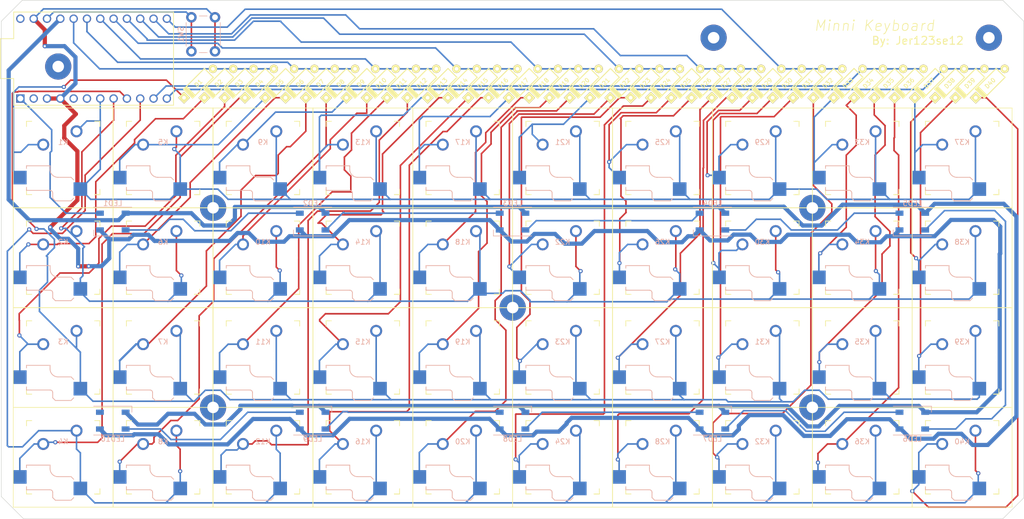
<source format=kicad_pcb>
(kicad_pcb (version 20211014) (generator pcbnew)
  (layers (0 "F.Cu" signal) (31 "B.Cu" signal) (34 "B.Paste" user) (35 "F.Paste" user) (36 "B.SilkS" user "B.Silkscreen") (37 "F.SilkS" user "F.Silkscreen") (38 "B.Mask" user) (39 "F.Mask" user) (44 "Edge.Cuts" user))
  (net 0 "")
  (net 1 "COL1")
  (net 2 "Net-(D1-Pad1)")
  (net 3 "Net-(D2-Pad1)")
  (net 4 "Net-(D3-Pad1)")
  (net 5 "Net-(D4-Pad1)")
  (net 6 "COL2")
  (net 7 "Net-(D5-Pad1)")
  (net 8 "Net-(D6-Pad1)")
  (net 9 "Net-(D7-Pad1)")
  (net 10 "Net-(D8-Pad1)")
  (net 11 "COL3")
  (net 12 "Net-(D9-Pad1)")
  (net 13 "Net-(D10-Pad1)")
  (net 14 "Net-(D11-Pad1)")
  (net 15 "Net-(D12-Pad1)")
  (net 16 "COL4")
  (net 17 "Net-(D13-Pad1)")
  (net 18 "Net-(D14-Pad1)")
  (net 19 "Net-(D15-Pad1)")
  (net 20 "Net-(D16-Pad1)")
  (net 21 "COL5")
  (net 22 "Net-(D17-Pad1)")
  (net 23 "Net-(D18-Pad1)")
  (net 24 "Net-(D19-Pad1)")
  (net 25 "Net-(D20-Pad1)")
  (net 26 "COL6")
  (net 27 "Net-(D21-Pad1)")
  (net 28 "Net-(D22-Pad1)")
  (net 29 "Net-(D23-Pad1)")
  (net 30 "Net-(D24-Pad1)")
  (net 31 "COL7")
  (net 32 "Net-(D25-Pad1)")
  (net 33 "Net-(D26-Pad1)")
  (net 34 "Net-(D27-Pad1)")
  (net 35 "Net-(D28-Pad1)")
  (net 36 "COL8")
  (net 37 "Net-(D29-Pad1)")
  (net 38 "Net-(D30-Pad1)")
  (net 39 "Net-(D31-Pad1)")
  (net 40 "Net-(D32-Pad1)")
  (net 41 "COL9")
  (net 42 "Net-(D33-Pad1)")
  (net 43 "Net-(D34-Pad1)")
  (net 44 "Net-(D35-Pad1)")
  (net 45 "Net-(D36-Pad1)")
  (net 46 "COL10")
  (net 47 "Net-(D37-Pad1)")
  (net 48 "Net-(D38-Pad1)")
  (net 49 "Net-(D39-Pad1)")
  (net 50 "Net-(D40-Pad1)")
  (net 51 "ROW1")
  (net 52 "ROW2")
  (net 53 "ROW3")
  (net 54 "ROW4")
  (net 55 "LED")
  (net 59 "Net-(SW1-Pad1)")
  (net 61 "Net-(LED1-Pad4)")
  (net 62 "Net-(LED2-Pad4)")
  (net 63 "Net-(LED3-Pad4)")
  (net 64 "Net-(LED4-Pad4)")
  (net 65 "Net-(LED5-Pad4)")
  (net 66 "Net-(LED6-Pad4)")
  (net 67 "Net-(LED7-Pad4)")
  (net 68 "Net-(LED8-Pad4)")
  (net 69 "Net-(LED10-Pad2)")
  (net 71 "VDD")
  (net 72 "GND")
  (footprint "better switch:Kailh_socket_PG1350" (layer "F.Cu") (at 67.9875 95.5)
    (fp_text reference "K2")
    (fp_text value "KEYSW" hide)
  )
  (footprint "misc:D_axial" (layer "F.Cu") (at 117.018264 62.2 45)
    (fp_text reference "D7")
    (fp_text value "D" hide)
  )
  (footprint "better switch:Kailh_socket_PG1350" (layer "F.Cu") (at 182.2875 114.55)
    (fp_text reference "K27")
    (fp_text value "KEYSW" hide)
  )
  (footprint "better switch:Kailh_socket_PG1350" (layer "F.Cu") (at 144.1875 133.6)
    (fp_text reference "K20")
    (fp_text value "KEYSW" hide)
  )
  (footprint "better switch:Kailh_socket_PG1350" (layer "F.Cu") (at 125.1375 114.55)
    (fp_text reference "K15")
    (fp_text value "KEYSW" hide)
  )
  (footprint "lumberjack:MountingHole_M2" (layer "F.Cu") (at 96.5675 124.08)
    (fp_text reference "H1" hide)
    (fp_text value "M2")
  )
  (footprint "lumberjack:MountingHole_M2" (layer "F.Cu") (at 210.8675 85.99)
    (fp_text reference "H1" hide)
    (fp_text value "M2")
  )
  (footprint "better switch:Kailh_socket_PG1350" (layer "F.Cu") (at 182.2875 95.5)
    (fp_text reference "K26")
    (fp_text value "KEYSW" hide)
  )
  (footprint "misc:D_axial" (layer "F.Cu") (at 109.274676 62.2 45)
    (fp_text reference "D5")
    (fp_text value "D" hide)
  )
  (footprint "better switch:Kailh_socket_PG1350" (layer "F.Cu") (at 87.0375 133.6)
    (fp_text reference "K8")
    (fp_text value "KEYSW" hide)
  )
  (footprint "misc:D_axial" (layer "F.Cu") (at 213.813114 62.2 45)
    (fp_text reference "D32")
    (fp_text value "D" hide)
  )
  (footprint "better switch:Kailh_socket_PG1350" (layer "F.Cu") (at 239.4375 114.55)
    (fp_text reference "K39")
    (fp_text value "KEYSW" hide)
  )
  (footprint "lumberjack:MountingHole_M2" (layer "F.Cu") (at 67.0375 59)
    (fp_text reference "H1" hide)
    (fp_text value "M2")
  )
  (footprint "better switch:Kailh_socket_PG1350" (layer "F.Cu") (at 125.1375 133.6)
    (fp_text reference "K16")
    (fp_text value "KEYSW" hide)
  )
  (footprint "better switch:Kailh_socket_PG1350" (layer "F.Cu") (at 220.3875 76.45)
    (fp_text reference "K33")
    (fp_text value "KEYSW" hide)
  )
  (footprint "better switch:Kailh_socket_PG1350" (layer "F.Cu") (at 163.2375 76.45)
    (fp_text reference "K21")
    (fp_text value "KEYSW" hide)
  )
  (footprint "better switch:Kailh_socket_PG1350" (layer "F.Cu") (at 182.2875 133.6)
    (fp_text reference "K28")
    (fp_text value "KEYSW" hide)
  )
  (footprint "better switch:Kailh_socket_PG1350" (layer "F.Cu") (at 201.3375 76.45)
    (fp_text reference "K29")
    (fp_text value "KEYSW" hide)
  )
  (footprint "misc:D_axial" (layer "F.Cu") (at 105.402882 62.2 45)
    (fp_text reference "D4")
    (fp_text value "D" hide)
  )
  (footprint "better switch:Kailh_socket_PG1350" (layer "F.Cu") (at 67.9875 114.55)
    (fp_text reference "K3")
    (fp_text value "KEYSW" hide)
  )
  (footprint "misc:D_axial" (layer "F.Cu") (at 198.325938 62.2 45)
    (fp_text reference "D28")
    (fp_text value "D" hide)
  )
  (footprint "better switch:Kailh_socket_PG1350" (layer "F.Cu") (at 163.2375 95.5)
    (fp_text reference "K22")
    (fp_text value "KEYSW" hide)
  )
  (footprint "better switch:Kailh_socket_PG1350" (layer "F.Cu") (at 201.3375 133.6)
    (fp_text reference "K32")
    (fp_text value "KEYSW" hide)
  )
  (footprint "lumberjack:MountingHole_M2" (layer "F.Cu") (at 210.8675 124.07)
    (fp_text reference "H1" hide)
    (fp_text value "M2")
  )
  (footprint "better switch:Kailh_socket_PG1350" (layer "F.Cu") (at 201.3375 95.5)
    (fp_text reference "K30")
    (fp_text value "KEYSW" hide)
  )
  (footprint "misc:D_axial" (layer "F.Cu") (at 144.120822 62.2 45)
    (fp_text reference "D14")
    (fp_text value "D" hide)
  )
  (footprint "misc:D_axial" (layer "F.Cu") (at 151.86441 62.2 45)
    (fp_text reference "D16")
    (fp_text value "D" hide)
  )
  (footprint "misc:D_axial" (layer "F.Cu") (at 167.351586 62.2 45)
    (fp_text reference "D20")
    (fp_text value "D" hide)
  )
  (footprint "misc:D_axial" (layer "F.Cu") (at 120.890058 62.2 45)
    (fp_text reference "D8")
    (fp_text value "D" hide)
  )
  (footprint "misc:D_axial" (layer "F.Cu") (at 225.428496 62.2 45)
    (fp_text reference "D35")
    (fp_text value "D" hide)
  )
  (footprint "misc:D_axial" (layer "F.Cu") (at 229.30029 62.2 45)
    (fp_text reference "D36")
    (fp_text value "D" hide)
  )
  (footprint "misc:D_axial" (layer "F.Cu") (at 206.069526 62.2 45)
    (fp_text reference "D30")
    (fp_text value "D" hide)
  )
  (footprint "better switch:Kailh_socket_PG1350" (layer "F.Cu") (at 125.1375 76.45)
    (fp_text reference "K13")
    (fp_text value "KEYSW" hide)
  )
  (footprint "misc:D_axial" (layer "F.Cu") (at 159.607998 62.2 45)
    (fp_text reference "D18")
    (fp_text value "D" hide)
  )
  (footprint "better switch:Kailh_socket_PG1350" (layer "F.Cu") (at 106.0875 133.6)
    (fp_text reference "K12")
    (fp_text value "KEYSW" hide)
  )
  (footprint "misc:D_axial" (layer "F.Cu") (at 233.172084 62.2 45)
    (fp_text reference "D37")
    (fp_text value "D" hide)
  )
  (footprint "misc:D_axial" (layer "F.Cu") (at 128.633646 62.2 45)
    (fp_text reference "D10")
    (fp_text value "D" hide)
  )
  (footprint "lumberjack:MountingHole_M2" (layer "F.Cu") (at 153.7175 105.02)
    (fp_text reference "H1" hide)
    (fp_text value "M2")
  )
  (footprint "better switch:Kailh_socket_PG1350" (layer "F.Cu") (at 239.4375 133.6)
    (fp_text reference "K40")
    (fp_text value "KEYSW" hide)
  )
  (footprint "lumberjack:MountingHole_M2" (layer "F.Cu") (at 192.0375 53.5)
    (fp_text reference "H1" hide)
    (fp_text value "M2")
  )
  (footprint "better switch:Kailh_socket_PG1350" (layer "F.Cu") (at 144.1875 95.5)
    (fp_text reference "K18")
    (fp_text value "KEYSW" hide)
  )
  (footprint "misc:D_axial" (layer "F.Cu") (at 155.736204 62.2 45)
    (fp_text reference "D17")
    (fp_text value "D" hide)
  )
  (footprint "misc:D_axial" (layer "F.Cu") (at 217.684908 62.2 45)
    (fp_text reference "D33")
    (fp_text value "D" hide)
  )
  (footprint "better switch:Kailh_socket_PG1350" (layer "F.Cu") (at 144.1875 76.45)
    (fp_text reference "K17")
    (fp_text value "KEYSW" hide)
  )
  (footprint "better switch:Kailh_socket_PG1350" (layer "F.Cu") (at 106.0875 114.55)
    (fp_text reference "K11")
    (fp_text value "KEYSW" hide)
  )
  (footprint "misc:D_axial" (layer "F.Cu") (at 237.043878 62.2 45)
    (fp_text reference "D38")
    (fp_text value "D" hide)
  )
  (footprint "misc:D_axial" (layer "F.Cu") (at 147.992616 62.2 45)
    (fp_text reference "D15")
    (fp_text value "D" hide)
  )
  (footprint "misc:D_axial" (layer "F.Cu") (at 140.249028 62.2 45)
    (fp_text reference "D13")
    (fp_text value "D" hide)
  )
  (footprint "better switch:Kailh_socket_PG1350" (layer "F.Cu") (at 239.4375 76.45)
    (fp_text reference "K37")
    (fp_text value "KEYSW" hide)
  )
  (footprint "better switch:Kailh_socket_PG1350" (layer "F.Cu") (at 87.0375 95.5)
    (fp_text reference "K6")
    (fp_text value "KEYSW" hide)
  )
  (footprint "better switch:Kailh_socket_PG1350" (layer "F.Cu") (at 220.3875 114.55)
    (fp_text reference "K35")
    (fp_text value "KEYSW" hide)
  )
  (footprint "misc:D_axial" (layer "F.Cu") (at 194.454144 62.2 45)
    (fp_text reference "D27")
    (fp_text value "D" hide)
  )
  (footprint "better switch:Kailh_socket_PG1350" (layer "F.Cu") (at 144.1875 114.55)
    (fp_text reference "K19")
    (fp_text value "KEYSW" hide)
  )
  (footprint "better switch:Kailh_socket_PG1350" (layer "F.Cu") (at 220.3875 95.5)
    (fp_text reference "K34")
    (fp_text value "KEYSW" hide)
  )
  (footprint "better switch:Kailh_socket_PG1350" (layer "F.Cu") (at 67.9875 133.6)
    (fp_text reference "K4")
    (fp_text value "KEYSW" hide)
  )
  (footprint "lumberjack:MountingHole_M2" (layer "F.Cu") (at 244.5375 53.5)
    (fp_text reference "H1" hide)
    (fp_text value "M2")
  )
  (footprint "misc:D_axial" (layer "F.Cu") (at 209.94132 62.2 45)
    (fp_text reference "D31")
    (fp_text value "D" hide)
  )
  (footprint "misc:D_axial" (layer "F.Cu") (at 244.787466 62.2 45)
    (fp_text reference "D40")
    (fp_text value "D" hide)
  )
  (footprint "misc:D_axial" (layer "F.Cu") (at 97.659294 62.2 45)
    (fp_text reference "D2")
    (fp_text value "D" hide)
  )
  (footprint "misc:D_axial" (layer "F.Cu") (at 113.14647 62.2 45)
    (fp_text reference "D6")
    (fp_text value "D" hide)
  )
  (footprint "better switch:Kailh_socket_PG1350" (layer "F.Cu") (at 87.0375 114.55)
    (fp_text reference "K7")
    (fp_text value "KEYSW" hide)
  )
  (footprint "misc:D_axial" (layer "F.Cu") (at 175.095174 62.2 45)
    (fp_text reference "D22")
    (fp_text value "D" hide)
  )
  (footprint "better switch:Kailh_socket_PG1350" (layer "F.Cu") (at 67.9875 76.45)
    (fp_text reference "K1")
    (fp_text value "KEYSW" hide)
  )
  (footprint "misc:D_axial" (layer "F.Cu") (at 124.761852 62.2 45)
    (fp_text reference "D9")
    (fp_text value "D" hide)
  )
  (footprint "lumberjack:MountingHole_M2" (layer "F.Cu") (at 96.5775 85.97)
    (fp_text reference "H1" hide)
    (fp_text value "M2")
  )
  (footprint "misc:D_axial" (layer "F.Cu") (at 202.197732 62.2 45)
    (fp_text reference "D29")
    (fp_text value "D" hide)
  )
  (footprint "better switch:Kailh_socket_PG1350" (layer "F.Cu") (at 125.1375 95.5)
    (fp_text reference "K14")
    (fp_text value "KEYSW" hide)
  )
  (footprint "promicro:ProMicro-EnforcedTop" (layer "F.Cu") (at 73.7875 57.49142)
    (fp_text reference "U1" hide)
    (fp_text value "ProMicro")
  )
  (footprint "misc:D_axial" (layer "F.Cu") (at 171.22338 62.2 45)
    (fp_text reference "D21")
    (fp_text value "D" hide)
  )
  (footprint "misc:D_axial" (layer "F.Cu") (at 93.7875 62.2 45)
    (fp_text reference "D1")
    (fp_text value "D" hide)
  )
  (footprint "better switch:Kailh_socket_PG1350" (layer "F.Cu") (at 163.2375 133.6)
    (fp_text reference "K24")
    (fp_text value "KEYSW" hide)
  )
  (footprint "better switch:Kailh_socket_PG1350" (layer "F.Cu") (at 163.2375 114.55)
    (fp_text reference "K23")
    (fp_text value "KEYSW" hide)
  )
  (footprint "misc:D_axial" (layer "F.Cu") (at 221.556702 62.2 45)
    (fp_text reference "D34")
    (fp_text value "D" hide)
  )
  (footprint "better switch:Kailh_socket_PG1350" (layer "F.Cu") (at 182.2875 76.45)
    (fp_text reference "K25")
    (fp_text value "KEYSW" hide)
  )
  (footprint "misc:D_axial" (layer "F.Cu") (at 178.966968 62.2 45)
    (fp_text reference "D23")
    (fp_text value "D" hide)
  )
  (footprint "misc:D_axial" (layer "F.Cu") (at 190.58235 62.2 45)
    (fp_text reference "D26")
    (fp_text value "D" hide)
  )
  (footprint "better switch:Kailh_socket_PG1350" (layer "F.Cu") (at 106.0875 95.5)
    (fp_text reference "K10")
    (fp_text value "KEYSW" hide)
  )
  (footprint "better switch:Kailh_socket_PG1350" (layer "F.Cu") (at 106.0875 76.45)
    (fp_text reference "K9")
    (fp_text value "KEYSW" hide)
  )
  (footprint "better switch:Kailh_socket_PG1350" (layer "F.Cu") (at 87.0375 76.45)
    (fp_text reference "K5")
    (fp_text value "KEYSW" hide)
  )
  (footprint "misc:D_axial" (layer "F.Cu") (at 101.531088 62.2 45)
    (fp_text reference "D3")
    (fp_text value "D" hide)
  )
  (footprint "better switch:Kailh_socket_PG1350" (layer "F.Cu") (at 239.4375 95.5)
    (fp_text reference "K38")
    (fp_text value "KEYSW" hide)
  )
  (footprint "misc:D_axial" (layer "F.Cu") (at 240.915672 62.2 45)
    (fp_text reference "D39")
    (fp_text value "D" hide)
  )
  (footprint "misc:D_axial" (layer "F.Cu") (at 136.377234 62.2 45)
    (fp_text reference "D12")
    (fp_text value "D" hide)
  )
  (footprint "better switch:Kailh_socket_PG1350" (layer "F.Cu") (at 220.3875 133.6)
    (fp_text reference "K36")
    (fp_text value "KEYSW" hide)
  )
  (footprint "misc:D_axial" (layer "F.Cu") (at 132.50544 62.2 45)
    (fp_text reference "D11")
    (fp_text value "D" hide)
  )
  (footprint "misc:D_axial" (layer "F.Cu") (at 182.838762 62.2 45)
    (fp_text reference "D24")
    (fp_text value "D" hide)
  )
  (footprint "misc:D_axial" (layer "F.Cu") (at 186.710556 62.2 45)
    (fp_text reference "D25")
    (fp_text value "D" hide)
  )
  (footprint "better switch:Kailh_socket_PG1350" (layer "F.Cu") (at 201.3375 114.55)
    (fp_text reference "K31")
    (fp_text value "KEYSW" hide)
  )
  (footprint "misc:D_axial" (layer "F.Cu") (at 163.479792 62.2 45)
    (fp_text reference "D19")
    (fp_text value "D" hide)
  )
  (footprint "led:LED_SK6812_PLCC4_5.0x5.0mm_P3.2mm" (layer "B.Cu") (at 191.8125 126.6)
    (fp_text reference "LED7")
    (fp_text value "choc_SK6812MINI-E" hide)
  )
  (footprint "led:LED_SK6812_PLCC4_5.0x5.0mm_P3.2mm" (layer "B.Cu") (at 115.5625 126.6)
    (fp_text reference "LED9")
    (fp_text value "choc_SK6812MINI-E" hide)
  )
  (footprint "led:LED_SK6812_PLCC4_5.0x5.0mm_P3.2mm" (layer "B.Cu") (at 229.9375 126.6)
    (fp_text reference "LED6")
    (fp_text value "choc_SK6812MINI-E" hide)
  )
  (footprint "led:LED_SK6812_PLCC4_5.0x5.0mm_P3.2mm" (layer "B.Cu") (at 229.9375 88.6 180)
    (fp_text reference "LED5")
    (fp_text value "choc_SK6812MINI-E" hide)
  )
  (footprint "led:LED_SK6812_PLCC4_5.0x5.0mm_P3.2mm" (layer "B.Cu") (at 77.4375 126.6)
    (fp_text reference "LED10")
    (fp_text value "choc_SK6812MINI-E" hide)
  )
  (footprint "led:LED_SK6812_PLCC4_5.0x5.0mm_P3.2mm" (layer "B.Cu") (at 153.6875 126.6)
    (fp_text reference "LED8")
    (fp_text value "choc_SK6812MINI-E" hide)
  )
  (footprint "led:LED_SK6812_PLCC4_5.0x5.0mm_P3.2mm" (layer "B.Cu") (at 153.6875 88.6 180)
    (fp_text reference "LED3")
    (fp_text value "choc_SK6812MINI-E" hide)
  )
  (footprint "switches:SW_PUSH_6mm" (layer "B.Cu") (at 92.4375 49.6 -90)
    (fp_text reference "SW1")
    (fp_text value "SW_PUSH")
  )
  (footprint "led:LED_SK6812_PLCC4_5.0x5.0mm_P3.2mm" (layer "B.Cu") (at 115.5625 88.6 180)
    (fp_text reference "LED2")
    (fp_text value "choc_SK6812MINI-E" hide)
  )
  (footprint "led:LED_SK6812_PLCC4_5.0x5.0mm_P3.2mm" (layer "B.Cu") (at 77.4375 88.6 180)
    (fp_text reference "LED1")
    (fp_text value "choc_SK6812MINI-E" hide)
  )
  (footprint "led:LED_SK6812_PLCC4_5.0x5.0mm_P3.2mm" (layer "B.Cu") (at 191.8125 88.6 180)
    (fp_text reference "LED4")
    (fp_text value "choc_SK6812MINI-E" hide)
  )
  (gr_line (start 56.1875 50.35) (end 56.1875 141.1) (layer "Edge.Cuts") (width 0.1))
  (gr_line (start 56.1875 50.35) (end 60.1875 46.35) (layer "Edge.Cuts") (width 0.1))
  (gr_line (start 56.1875 141.1) (end 60.4375 145.35) (layer "Edge.Cuts") (width 0.1))
  (gr_line (start 60.1875 46.35) (end 247.1875 46.35) (layer "Edge.Cuts") (width 0.1))
  (gr_line (start 60.4375 145.35) (end 247.1875 145.35) (layer "Edge.Cuts") (width 0.1))
  (gr_line (start 247.1875 46.35) (end 251.1875 50.35) (layer "Edge.Cuts") (width 0.1))
  (gr_line (start 247.1875 145.35) (end 251.1875 141.35) (layer "Edge.Cuts") (width 0.1))
  (gr_line (start 251.1875 50.35) (end 251.1875 141.35) (layer "Edge.Cuts") (width 0.1))
  (gr_text "By: Jer123se12" (at 230.97 54.06) (layer "F.SilkS") (effects (font (size 1.5 1.5) (thickness 0.2))))
  (gr_text "Minni Keyboard" (at 222.75 51.19) (layer "F.SilkS") (effects (font (size 2 2) (thickness 0.15) italic)))
  (segment (start 96.545216 59.442284) (end 108.160598 59.442284) (width 0.3) (layer "B.Cu") (net 1))
  (segment (start 96.545216 59.442284) (end 74.939784 59.442284) (width 0.3) (layer "B.Cu") (net 1))
  (segment (start 69.9775 54.48) (end 69.9775 49.87142) (width 0.3) (layer "B.Cu") (net 1))
  (segment (start 74.939784 59.442284) (end 69.9775 54.48) (width 0.3) (layer "B.Cu") (net 1))
  (segment (start 69.4 61.6) (end 87.672068 61.6) (width 0.3) (layer "F.Cu") (net 2))
  (segment (start 69.4 61.6) (end 68.1 62.9) (width 0.3) (layer "F.Cu") (net 2))
  (segment (start 91.029784 64.957716) (end 87.672068 61.6) (width 0.3) (layer "F.Cu") (net 2))
  (via (at 68.1 62.9) (size 0.8) (drill 0.4) (layers "F.Cu" "B.Cu") (net 2))
  (segment (start 59.897997 75.36) (end 58.5 75.36) (width 0.3) (layer "B.Cu") (net 2))
  (segment (start 68.1 62.9) (end 59.52892 62.9) (width 0.3) (layer "B.Cu") (net 2))
  (segment (start 58.5 75.36) (end 58.5 78.9875) (width 0.3) (layer "B.Cu") (net 2))
  (segment (start 58.5 63.92892) (end 58.5 75.36) (width 0.3) (layer "B.Cu") (net 2))
  (segment (start 58.5 78.9875) (end 59.7125 80.2) (width 0.3) (layer "B.Cu") (net 2))
  (segment (start 64.1775 73.91) (end 61.347997 73.91) (width 0.3) (layer "B.Cu") (net 2))
  (segment (start 59.52892 62.9) (end 58.5 63.92892) (width 0.3) (layer "B.Cu") (net 2))
  (segment (start 61.347997 73.91) (end 59.897997 75.36) (width 0.3) (layer "B.Cu") (net 2))
  (segment (start 67.45 92.8) (end 67.29 92.96) (width 0.3) (layer "F.Cu") (net 3))
  (segment (start 64.1775 92.96) (end 61.347997 92.96) (width 0.3) (layer "F.Cu") (net 3))
  (segment (start 81.6 72.96) (end 81.6 73.6) (width 0.3) (layer "F.Cu") (net 3))
  (segment (start 81.6 73.6) (end 74.2 81) (width 0.3) (layer "F.Cu") (net 3))
  (segment (start 66.89 92.96) (end 64.1775 92.96) (width 0.3) (layer "F.Cu") (net 3))
  (segment (start 85.590353 68.969647) (end 81.6 72.96) (width 0.3) (layer "F.Cu") (net 3))
  (segment (start 74.2 91.5) (end 72.9 92.8) (width 0.3) (layer "F.Cu") (net 3))
  (segment (start 67.05 92.8) (end 66.89 92.96) (width 0.3) (layer "F.Cu") (net 3))
  (segment (start 74.2 81) (end 74.2 91.5) (width 0.3) (layer "F.Cu") (net 3))
  (segment (start 94.901578 64.957716) (end 90.889647 68.969647) (width 0.3) (layer "F.Cu") (net 3))
  (segment (start 90.889647 68.969647) (end 85.590353 68.969647) (width 0.3) (layer "F.Cu") (net 3))
  (segment (start 72.9 92.8) (end 67.45 92.8) (width 0.3) (layer "F.Cu") (net 3))
  (segment (start 67.45 92.8) (end 67.05 92.8) (width 0.3) (layer "F.Cu") (net 3))
  (via (at 61.347997 92.96) (size 0.8) (drill 0.4) (layers "F.Cu" "B.Cu") (net 3))
  (segment (start 61.347997 92.96) (end 59.7125 94.595497) (width 0.3) (layer "B.Cu") (net 3))
  (segment (start 59.7125 94.595497) (end 59.7125 99.25) (width 0.3) (layer "B.Cu") (net 3))
  (segment (start 98.773372 66.636628) (end 89.481401 75.928599) (width 0.3) (layer "F.Cu") (net 4))
  (segment (start 59.63 107.4625) (end 59.63 110.33) (width 0.3) (layer "F.Cu") (net 4))
  (segment (start 59.6 106.18) (end 59.6 107.4325) (width 0.3) (layer "F.Cu") (net 4))
  (segment (start 89.481401 75.928599) (end 89.481401 83.618599) (width 0.3) (layer "F.Cu") (net 4))
  (segment (start 83.63 89.47) (end 77.17 89.47) (width 0.3) (layer "F.Cu") (net 4))
  (segment (start 74.8 96.5295) (end 72.9095 98.42) (width 0.3) (layer "F.Cu") (net 4))
  (segment (start 89.481401 83.618599) (end 83.63 89.47) (width 0.3) (layer "F.Cu") (net 4))
  (segment (start 98.773372 64.957716) (end 98.773372 66.636628) (width 0.3) (layer "F.Cu") (net 4))
  (segment (start 72.9095 98.42) (end 67.36 98.42) (width 0.3) (layer "F.Cu") (net 4))
  (segment (start 59.6 107.4325) (end 59.63 107.4625) (width 0.3) (layer "F.Cu") (net 4))
  (segment (start 74.8 91.84) (end 74.8 96.5295) (width 0.3) (layer "F.Cu") (net 4))
  (segment (start 77.17 89.47) (end 74.8 91.84) (width 0.3) (layer "F.Cu") (net 4))
  (segment (start 67.36 98.42) (end 59.6 106.18) (width 0.3) (layer "F.Cu") (net 4))
  (via (at 59.63 110.33) (size 0.8) (drill 0.4) (layers "F.Cu" "B.Cu") (net 4))
  (segment (start 61.15 112.01) (end 59.7125 113.4475) (width 0.3) (layer "B.Cu") (net 4))
  (segment (start 64.1775 112.01) (end 61.15 112.01) (width 0.3) (layer "B.Cu") (net 4))
  (segment (start 59.7125 113.4475) (end 59.7125 118.3) (width 0.3) (layer "B.Cu") (net 4))
  (segment (start 61.15 111.85) (end 61.15 112.01) (width 0.3) (layer "B.Cu") (net 4))
  (segment (start 59.63 110.33) (end 61.15 111.85) (width 0.3) (layer "B.Cu") (net 4))
  (segment (start 83.39 90.9) (end 77.4 90.9) (width 0.3) (layer "F.Cu") (net 5))
  (segment (start 90.287426 84.002574) (end 83.39 90.9) (width 0.3) (layer "F.Cu") (net 5))
  (segment (start 67.37 130.75) (end 74.55 130.75) (width 0.3) (layer "F.Cu") (net 5))
  (segment (start 101.632284 64.957716) (end 90.287426 76.302574) (width 0.3) (layer "F.Cu") (net 5))
  (segment (start 77.4 90.9) (end 75.4 92.9) (width 0.3) (layer "F.Cu") (net 5))
  (segment (start 75.4 129.9) (end 74.55 130.75) (width 0.3) (layer "F.Cu") (net 5))
  (segment (start 102.645166 64.957716) (end 101.632284 64.957716) (width 0.3) (layer "F.Cu") (net 5))
  (segment (start 67.37 130.75) (end 67.35 130.73) (width 0.3) (layer "F.Cu") (net 5))
  (segment (start 75.4 92.9) (end 75.4 129.9) (width 0.3) (layer "F.Cu") (net 5))
  (segment (start 90.287426 76.302574) (end 90.287426 84.002574) (width 0.3) (layer "F.Cu") (net 5))
  (segment (start 67.35 130.73) (end 66.48 130.73) (width 0.3) (layer "F.Cu") (net 5))
  (via (at 66.48 130.73) (size 0.8) (drill 0.4) (layers "F.Cu" "B.Cu") (net 5))
  (segment (start 66.48 130.73) (end 64.5075 130.73) (width 0.3) (layer "B.Cu") (net 5))
  (segment (start 59.7125 133.7975) (end 59.7125 137.35) (width 0.3) (layer "B.Cu") (net 5))
  (segment (start 62.45 131.06) (end 59.7125 133.7975) (width 0.3) (layer "B.Cu") (net 5))
  (segment (start 64.1775 131.06) (end 62.45 131.06) (width 0.3) (layer "B.Cu") (net 5))
  (segment (start 110.780108 58.19) (end 112.032392 59.442284) (width 0.3) (layer "B.Cu") (net 6))
  (segment (start 72.5175 49.87142) (end 72.5175 52.34) (width 0.3) (layer "B.Cu") (net 6))
  (segment (start 78.3675 58.19) (end 110.780108 58.19) (width 0.3) (layer "B.Cu") (net 6))
  (segment (start 72.5175 52.34) (end 78.3675 58.19) (width 0.3) (layer "B.Cu") (net 6))
  (segment (start 112.032392 59.442284) (end 123.647774 59.442284) (width 0.3) (layer "B.Cu") (net 6))
  (segment (start 78.7625 76.8375) (end 81.69 73.91) (width 0.3) (layer "B.Cu") (net 7))
  (segment (start 78.7625 76.8375) (end 78.7625 80.2) (width 0.3) (layer "B.Cu") (net 7))
  (segment (start 106.51696 64.957716) (end 97.564676 73.91) (width 0.3) (layer "B.Cu") (net 7))
  (segment (start 97.564676 73.91) (end 83.2275 73.91) (width 0.3) (layer "B.Cu") (net 7))
  (segment (start 81.69 73.91) (end 83.2275 73.91) (width 0.3) (layer "B.Cu") (net 7))
  (segment (start 108.400281 64.957716) (end 92.2 81.157997) (width 0.3) (layer "F.Cu") (net 8))
  (segment (start 92.2 83.9875) (end 83.2275 92.96) (width 0.3) (layer "F.Cu") (net 8))
  (segment (start 92.2 81.157997) (end 92.2 83.9875) (width 0.3) (layer "F.Cu") (net 8))
  (segment (start 110.388754 64.957716) (end 108.400281 64.957716) (width 0.3) (layer "F.Cu") (net 8))
  (segment (start 78.7625 94.4375) (end 78.7625 99.25) (width 0.3) (layer "B.Cu") (net 8))
  (segment (start 80.24 92.96) (end 78.7625 94.4375) (width 0.3) (layer "B.Cu") (net 8))
  (segment (start 83.2275 92.96) (end 80.24 92.96) (width 0.3) (layer "B.Cu") (net 8))
  (segment (start 109 79.4) (end 108.6 79.8) (width 0.3) (layer "F.Cu") (net 9))
  (segment (start 108.6 79.8) (end 104.7 79.8) (width 0.3) (layer "F.Cu") (net 9))
  (segment (start 104.7 79.8) (end 101.9 82.6) (width 0.3) (layer "F.Cu") (net 9))
  (segment (start 114.260548 64.957716) (end 114.260548 71.339452) (width 0.3) (layer "F.Cu") (net 9))
  (segment (start 110.6 74.3) (end 109 75.9) (width 0.3) (layer "F.Cu") (net 9))
  (segment (start 84.1 112.1) (end 95.3 100.9) (width 0.3) (layer "F.Cu") (net 9))
  (segment (start 109 75.9) (end 109 79.4) (width 0.3) (layer "F.Cu") (net 9))
  (segment (start 95.3 94.2) (end 95.3 100.9) (width 0.3) (layer "F.Cu") (net 9))
  (segment (start 101.9 87.6) (end 95.3 94.2) (width 0.3) (layer "F.Cu") (net 9))
  (segment (start 111.3 74.3) (end 110.6 74.3) (width 0.3) (layer "F.Cu") (net 9))
  (segment (start 101.9 82.6) (end 101.9 87.6) (width 0.3) (layer "F.Cu") (net 9))
  (segment (start 114.260548 71.339452) (end 111.3 74.3) (width 0.3) (layer "F.Cu") (net 9))
  (segment (start 78.7625 115.1375) (end 78.7625 118.3) (width 0.3) (layer "B.Cu") (net 9))
  (segment (start 81.89 112.01) (end 78.7625 115.1375) (width 0.4) (layer "B.Cu") (net 9))
  (segment (start 83.2275 112.01) (end 81.89 112.01) (width 0.4) (layer "B.Cu") (net 9))
  (segment (start 85.3 130.7) (end 84.94 131.06) (width 0.3) (layer "F.Cu") (net 10))
  (segment (start 93.9175 106.5825) (end 93.9175 122.4725) (width 0.3) (layer "F.Cu") (net 10))
  (segment (start 96.7 103.8) (end 93.9175 106.5825) (width 0.3) (layer "F.Cu") (net 10))
  (segment (start 118.132342 64.957716) (end 118.132342 74.267658) (width 0.3) (layer "F.Cu") (net 10))
  (segment (start 85.3 129.79) (end 85.3 130.7) (width 0.3) (layer "F.Cu") (net 10))
  (segment (start 83.2275 131.06) (end 82.14 131.06) (width 0.3) (layer "F.Cu") (net 10))
  (segment (start 89.81 126.58) (end 88.51 126.58) (width 0.3) (layer "F.Cu") (net 10))
  (segment (start 88.51 126.58) (end 85.3 129.79) (width 0.3) (layer "F.Cu") (net 10))
  (segment (start 96.7 95.7) (end 96.7 103.8) (width 0.3) (layer "F.Cu") (net 10))
  (segment (start 82.14 131.06) (end 78.7625 134.4375) (width 0.3) (layer "F.Cu") (net 10))
  (segment (start 93.9175 122.4725) (end 89.81 126.58) (width 0.3) (layer "F.Cu") (net 10))
  (segment (start 84.94 131.06) (end 83.2275 131.06) (width 0.3) (layer "F.Cu") (net 10))
  (segment (start 118.132342 74.267658) (end 96.7 95.7) (width 0.3) (layer "F.Cu") (net 10))
  (via (at 78.7625 134.4375) (size 0.8) (drill 0.4) (layers "F.Cu" "B.Cu") (net 10))
  (segment (start 78.7625 134.4375) (end 78.7625 137.35) (width 0.3) (layer "B.Cu") (net 10))
  (segment (start 125.627284 57.55) (end 127.519568 59.442284) (width 0.3) (layer "B.Cu") (net 11))
  (segment (start 75.0575 49.87142) (end 82.73608 57.55) (width 0.3) (layer "B.Cu") (net 11))
  (segment (start 82.73608 57.55) (end 125.627284 57.55) (width 0.3) (layer "B.Cu") (net 11))
  (segment (start 127.519568 59.442284) (end 139.13495 59.442284) (width 0.3) (layer "B.Cu") (net 11))
  (segment (start 108.4875 67.7) (end 102.2775 73.91) (width 0.3) (layer "B.Cu") (net 12))
  (segment (start 119.261852 67.7) (end 108.4875 67.7) (width 0.3) (layer "B.Cu") (net 12))
  (segment (start 101.19 73.91) (end 97.8125 77.2875) (width 0.3) (layer "B.Cu") (net 12))
  (segment (start 102.2775 73.91) (end 101.19 73.91) (width 0.3) (layer "B.Cu") (net 12))
  (segment (start 122.004136 64.957716) (end 119.261852 67.7) (width 0.3) (layer "B.Cu") (net 12))
  (segment (start 97.8125 77.2875) (end 97.8125 80.2) (width 0.3) (layer "B.Cu") (net 12))
  (segment (start 123.98593 67.92407) (end 118.93 72.98) (width 0.3) (layer "F.Cu") (net 13))
  (segment (start 125.87593 64.957716) (end 125.87593 67.92407) (width 0.3) (layer "F.Cu") (net 13))
  (segment (start 118.93 72.98) (end 118.93 74.69) (width 0.3) (layer "F.Cu") (net 13))
  (segment (start 102.2775 91.3425) (end 102.2775 92.96) (width 0.3) (layer "F.Cu") (net 13))
  (segment (start 125.87593 67.92407) (end 123.98593 67.92407) (width 0.3) (layer "F.Cu") (net 13))
  (segment (start 118.93 74.69) (end 102.2775 91.3425) (width 0.3) (layer "F.Cu") (net 13))
  (segment (start 97.8125 99.25) (end 97.8125 96.0125) (width 0.3) (layer "B.Cu") (net 13))
  (segment (start 97.8125 96.0125) (end 100.865 92.96) (width 0.3) (layer "B.Cu") (net 13))
  (segment (start 102.2775 92.96) (end 100.865 92.96) (width 0.3) (layer "B.Cu") (net 13))
  (segment (start 121.62 76.29) (end 121.62 78.7264) (width 0.3) (layer "F.Cu") (net 14))
  (segment (start 121.62 78.7264) (end 122.84 79.9464) (width 0.3) (layer "F.Cu") (net 14))
  (segment (start 122.972999 74.937001) (end 121.62 76.29) (width 0.3) (layer "F.Cu") (net 14))
  (segment (start 129.747724 64.957716) (end 122.972999 71.732441) (width 0.3) (layer "F.Cu") (net 14))
  (segment (start 112.9 101.3875) (end 102.2775 112.01) (width 0.3) (layer "F.Cu") (net 14))
  (segment (start 122.84 79.9464) (end 122.84 82.794002) (width 0.3) (layer "F.Cu") (net 14))
  (segment (start 119.272999 82.927001) (end 112.9 89.3) (width 0.3) (layer "F.Cu") (net 14))
  (segment (start 122.84 82.794002) (end 122.972999 82.927001) (width 0.3) (layer "F.Cu") (net 14))
  (segment (start 112.9 89.3) (end 112.9 101.3875) (width 0.3) (layer "F.Cu") (net 14))
  (segment (start 122.972999 82.927001) (end 119.272999 82.927001) (width 0.3) (layer "F.Cu") (net 14))
  (segment (start 122.972999 71.732441) (end 122.972999 74.937001) (width 0.3) (layer "F.Cu") (net 14))
  (segment (start 102.2775 112.01) (end 99.447997 112.01) (width 0.3) (layer "B.Cu") (net 14))
  (segment (start 97.8125 113.645497) (end 97.8125 118.3) (width 0.3) (layer "B.Cu") (net 14))
  (segment (start 99.447997 112.01) (end 97.8125 113.645497) (width 0.3) (layer "B.Cu") (net 14))
  (segment (start 128.275684 84.924316) (end 128.275684 73.044316) (width 0.3) (layer "F.Cu") (net 15))
  (segment (start 104.62 130.47) (end 106.99 130.47) (width 0.3) (layer "F.Cu") (net 15))
  (segment (start 116.5 86.6) (end 126.6 86.6) (width 0.3) (layer "F.Cu") (net 15))
  (segment (start 107.72 131.2) (end 114.6 131.2) (width 0.3) (layer "F.Cu") (net 15))
  (segment (start 114.7 131.1) (end 114.7 88.4) (width 0.3) (layer "F.Cu") (net 15))
  (segment (start 133.619518 67.700482) (end 133.619518 64.957716) (width 0.3) (layer "F.Cu") (net 15))
  (segment (start 104.03 131.06) (end 104.62 130.47) (width 0.3) (layer "F.Cu") (net 15))
  (segment (start 106.99 130.47) (end 107.72 131.2) (width 0.3) (layer "F.Cu") (net 15))
  (segment (start 114.7 88.4) (end 116.5 86.6) (width 0.3) (layer "F.Cu") (net 15))
  (segment (start 128.275684 73.044316) (end 133.619518 67.700482) (width 0.3) (layer "F.Cu") (net 15))
  (segment (start 102.2775 131.06) (end 104.03 131.06) (width 0.3) (layer "F.Cu") (net 15))
  (segment (start 126.6 86.6) (end 128.275684 84.924316) (width 0.3) (layer "F.Cu") (net 15))
  (segment (start 114.6 131.2) (end 114.7 131.1) (width 0.3) (layer "F.Cu") (net 15))
  (segment (start 102.2775 131.06) (end 101.1345 132.203) (width 0.3) (layer "B.Cu") (net 15))
  (segment (start 98.1 133.166599) (end 98.1 137.0625) (width 0.3) (layer "B.Cu") (net 15))
  (segment (start 99.063599 132.203) (end 98.1 133.166599) (width 0.3) (layer "B.Cu") (net 15))
  (segment (start 101.1345 132.203) (end 99.063599 132.203) (width 0.3) (layer "B.Cu") (net 15))
  (segment (start 82.28608 54.56) (end 77.5975 49.87142) (width 0.3) (layer "B.Cu") (net 16))
  (segment (start 143.006744 59.442284) (end 154.622126 59.442284) (width 0.3) (layer "B.Cu") (net 16))
  (segment (start 97.44811 54.56) (end 82.28608 54.56) (width 0.3) (layer "B.Cu") (net 16))
  (segment (start 139.01446 55.45) (end 98.33811 55.45) (width 0.3) (layer "B.Cu") (net 16))
  (segment (start 143.006744 59.442284) (end 139.01446 55.45) (width 0.3) (layer "B.Cu") (net 16))
  (segment (start 98.33811 55.45) (end 97.44811 54.56) (width 0.3) (layer "B.Cu") (net 16))
  (segment (start 118.497997 73.91) (end 116.8625 75.545497) (width 0.3) (layer "B.Cu") (net 17))
  (segment (start 117.2 68.3) (end 116.8625 68.6375) (width 0.3) (layer "B.Cu") (net 17))
  (segment (start 132.9 68.3) (end 117.2 68.3) (width 0.3) (layer "B.Cu") (net 17))
  (segment (start 116.8625 68.6375) (end 116.8625 80.2) (width 0.3) (layer "B.Cu") (net 17))
  (segment (start 116.8625 75.545497) (end 116.8625 80.2) (width 0.3) (layer "B.Cu") (net 17))
  (segment (start 137.491312 64.957716) (end 136.242284 64.957716) (width 0.3) (layer "B.Cu") (net 17))
  (segment (start 136.242284 64.957716) (end 132.9 68.3) (width 0.3) (layer "B.Cu") (net 17))
  (segment (start 121.3275 73.91) (end 118.497997 73.91) (width 0.3) (layer "B.Cu") (net 17))
  (segment (start 118.2 87.3) (end 116.6 88.9) (width 0.3) (layer "F.Cu") (net 18))
  (segment (start 128.89 86.59) (end 129.1 86.8) (width 0.3) (layer "F.Cu") (net 18))
  (segment (start 129.1 86.8) (end 128.6 87.3) (width 0.3) (layer "F.Cu") (net 18))
  (segment (start 141.363106 64.957716) (end 139.642284 64.957716) (width 0.3) (layer "F.Cu") (net 18))
  (segment (start 139.642284 64.957716) (end 128.89 75.71) (width 0.3) (layer "F.Cu") (net 18))
  (segment (start 128.89 75.71) (end 128.89 86.59) (width 0.3) (layer "F.Cu") (net 18))
  (segment (start 117.2675 88.9) (end 121.3275 92.96) (width 0.3) (layer "F.Cu") (net 18))
  (segment (start 116.6 88.9) (end 117.2675 88.9) (width 0.3) (layer "F.Cu") (net 18))
  (segment (start 128.6 87.3) (end 118.2 87.3) (width 0.3) (layer "F.Cu") (net 18))
  (segment (start 116.8625 95.1625) (end 116.8625 99.25) (width 0.3) (layer "B.Cu") (net 18))
  (segment (start 119.065 92.96) (end 116.8625 95.1625) (width 0.3) (layer "B.Cu") (net 18))
  (segment (start 121.3275 92.96) (end 119.065 92.96) (width 0.3) (layer "B.Cu") (net 18))
  (segment (start 130 106.2) (end 118 106.2) (width 0.3) (layer "F.Cu") (net 19))
  (segment (start 132.3 103.9) (end 130 106.2) (width 0.3) (layer "F.Cu") (net 19))
  (segment (start 132.3 77.892616) (end 132.3 103.9) (width 0.3) (layer "F.Cu") (net 19))
  (segment (start 116.9 107.3) (end 116.9 107.5825) (width 0.3) (layer "F.Cu") (net 19))
  (segment (start 145.2349 64.957716) (end 132.3 77.892616) (width 0.3) (layer "F.Cu") (net 19))
  (segment (start 118 106.2) (end 116.9 107.3) (width 0.3) (layer "F.Cu") (net 19))
  (segment (start 116.9 107.5825) (end 121.3275 112.01) (width 0.3) (layer "F.Cu") (net 19))
  (segment (start 121.3275 112.01) (end 119.99 112.01) (width 0.3) (layer "B.Cu") (net 19))
  (segment (start 119.99 112.01) (end 116.8625 115.1375) (width 0.3) (layer "B.Cu") (net 19))
  (segment (start 116.8625 115.1375) (end 116.8625 118.3) (width 0.3) (layer "B.Cu") (net 19))
  (segment (start 140.43 71.41) (end 134 77.84) (width 0.3) (layer "F.Cu") (net 20))
  (segment (start 133.5 124.9) (end 118.8 124.9) (width 0.3) (layer "F.Cu") (net 20))
  (segment (start 147.628883 64.957716) (end 141.176599 71.41) (width 0.3) (layer "F.Cu") (net 20))
  (segment (start 134 77.84) (end 134 124.4) (width 0.3) (layer "F.Cu") (net 20))
  (segment (start 118.8 124.9) (end 118.8 128.5325) (width 0.3) (layer "F.Cu") (net 20))
  (segment (start 118.8 128.5325) (end 121.3275 131.06) (width 0.3) (layer "F.Cu") (net 20))
  (segment (start 149.106694 64.957716) (end 147.628883 64.957716) (width 0.3) (layer "F.Cu") (net 20))
  (segment (start 134 124.4) (end 133.5 124.9) (width 0.3) (layer "F.Cu") (net 20))
  (segment (start 141.176599 71.41) (end 140.43 71.41) (width 0.3) (layer "F.Cu") (net 20))
  (segment (start 121.3275 131.06) (end 119.84 131.06) (width 0.3) (layer "B.Cu") (net 20))
  (segment (start 119.84 131.06) (end 116.8625 134.0375) (width 0.3) (layer "B.Cu") (net 20))
  (segment (start 116.8625 134.0375) (end 116.8625 137.35) (width 0.3) (layer "B.Cu") (net 20))
  (segment (start 100.6775 53.96) (end 83.9975 53.96) (width 0.3) (layer "B.Cu") (net 21))
  (segment (start 153.9175 54.865864) (end 153.9175 54.86) (width 0.3) (layer "B.Cu") (net 21))
  (segment (start 83.9975 53.96) (end 83.9975 53.73142) (width 0.3) (layer "B.Cu") (net 21))
  (segment (start 153.9175 54.86) (end 153.3875 54.33) (width 0.3) (layer "B.Cu") (net 21))
  (segment (start 104.2875 50.35) (end 100.6775 53.96) (width 0.3) (layer "B.Cu") (net 21))
  (segment (start 158.49392 59.442284) (end 170.109302 59.442284) (width 0.3) (layer "B.Cu") (net 21))
  (segment (start 109.4775 50.43) (end 109.4775 50.35) (width 0.3) (layer "B.Cu") (net 21))
  (segment (start 153.3875 54.33) (end 113.3775 54.33) (width 0.3) (layer "B.Cu") (net 21))
  (segment (start 158.49392 59.442284) (end 153.9175 54.865864) (width 0.3) (layer "B.Cu") (net 21))
  (segment (start 109.4775 50.35) (end 104.2875 50.35) (width 0.3) (layer "B.Cu") (net 21))
  (segment (start 83.9975 53.73142) (end 80.1375 49.87142) (width 0.3) (layer "B.Cu") (net 21))
  (segment (start 113.3775 54.33) (end 109.4775 50.43) (width 0.3) (layer "B.Cu") (net 21))
  (segment (start 135.9125 74.9075) (end 135.9125 80.2) (width 0.3) (layer "B.Cu") (net 22))
  (segment (start 136.91 73.91) (end 140.3775 73.91) (width 0.3) (layer "B.Cu") (net 22))
  (segment (start 149.386204 68.55) (end 136.58 68.55) (width 0.3) (layer "B.Cu") (net 22))
  (segment (start 152.978488 64.957716) (end 149.386204 68.55) (width 0.3) (layer "B.Cu") (net 22))
  (segment (start 136.58 68.55) (end 135.9125 69.2175) (width 0.3) (layer "B.Cu") (net 22))
  (segment (start 135.9125 74.9075) (end 136.91 73.91) (width 0.3) (layer "B.Cu") (net 22))
  (segment (start 135.9125 69.2175) (end 135.9125 74.9075) (width 0.3) (layer "B.Cu") (net 22))
  (segment (start 156.850282 64.957716) (end 155.261256 64.957716) (width 0.3) (layer "F.Cu") (net 23))
  (segment (start 155.261256 64.957716) (end 148.573236 71.645736) (width 0.3) (layer "F.Cu") (net 23))
  (segment (start 146.631401 86.706099) (end 140.3775 92.96) (width 0.3) (layer "F.Cu") (net 23))
  (segment (start 146.631401 75.406596) (end 146.631401 86.706099) (width 0.3) (layer "F.Cu") (net 23))
  (segment (start 148.573236 71.645736) (end 148.573236 73.464761) (width 0.3) (layer "F.Cu") (net 23))
  (segment (start 148.573236 73.464761) (end 146.631401 75.406596) (width 0.3) (layer "F.Cu") (net 23))
  (segment (start 135.9125 99.25) (end 135.9125 94.595497) (width 0.3) (layer "B.Cu") (net 23))
  (segment (start 137.547997 92.96) (end 140.3775 92.96) (width 0.3) (layer "B.Cu") (net 23))
  (segment (start 135.9125 94.595497) (end 137.547997 92.96) (width 0.3) (layer "B.Cu") (net 23))
  (segment (start 147.76 83.7) (end 148.82 84.76) (width 0.3) (layer "F.Cu") (net 24))
  (segment (start 148.82 92.72) (end 147.21 94.33) (width 0.3) (layer "F.Cu") (net 24))
  (segment (start 140.3775 112.01) (end 147.21 105.1775) (width 0.3) (layer "F.Cu") (net 24))
  (segment (start 147.21 94.33) (end 147.21 105.1775) (width 0.3) (layer "F.Cu") (net 24))
  (segment (start 147.76 75.63) (end 147.76 83.7) (width 0.3) (layer "F.Cu") (net 24))
  (segment (start 149.59 73.8) (end 147.76 75.63) (width 0.3) (layer "F.Cu") (net 24))
  (segment (start 148.82 84.76) (end 148.82 92.72) (width 0.3) (layer "F.Cu") (net 24))
  (segment (start 160.722076 64.957716) (end 158.809792 66.87) (width 0.3) (layer "F.Cu") (net 24))
  (segment (start 154.1975 66.9425) (end 149.59 71.55) (width 0.3) (layer "F.Cu") (net 24))
  (segment (start 158.809792 66.87) (end 154.1975 66.87) (width 0.3) (layer "F.Cu") (net 24))
  (segment (start 149.59 71.55) (end 149.59 73.8) (width 0.3) (layer "F.Cu") (net 24))
  (segment (start 154.1975 66.87) (end 154.1975 66.9425) (width 0.3) (layer "F.Cu") (net 24))
  (segment (start 135.9125 113.645497) (end 135.9125 118.3) (width 0.3) (layer "B.Cu") (net 24))
  (segment (start 137.547997 112.01) (end 135.9125 113.645497) (width 0.3) (layer "B.Cu") (net 24))
  (segment (start 140.3775 112.01) (end 137.547997 112.01) (width 0.3) (layer "B.Cu") (net 24))
  (segment (start 151.517574 102.539926) (end 150.3675 103.69) (width 0.3) (layer "F.Cu") (net 25))
  (segment (start 162.081586 67.47) (end 154.5475 67.47) (width 0.3) (layer "F.Cu") (net 25))
  (segment (start 152.4175 109.35) (end 152.4175 122.78) (width 0.3) (layer "F.Cu") (net 25))
  (segment (start 151.517574 70.611398) (end 151.517574 102.539926) (width 0.3) (layer "F.Cu") (net 25))
  (segment (start 146.6075 124.83) (end 140.3775 131.06) (width 0.3) (layer "F.Cu") (net 25))
  (segment (start 164.59387 64.957716) (end 162.081586 67.47) (width 0.3) (layer "F.Cu") (net 25))
  (segment (start 154.5475 67.581472) (end 151.517574 70.611398) (width 0.3) (layer "F.Cu") (net 25))
  (segment (start 152.4175 122.78) (end 150.3675 124.83) (width 0.3) (layer "F.Cu") (net 25))
  (segment (start 150.3675 107.3) (end 152.4175 109.35) (width 0.3) (layer "F.Cu") (net 25))
  (segment (start 150.3675 103.69) (end 150.3675 107.3) (width 0.3) (layer "F.Cu") (net 25))
  (segment (start 150.3675 124.83) (end 146.6075 124.83) (width 0.3) (layer "F.Cu") (net 25))
  (segment (start 154.5475 67.47) (end 154.5475 67.581472) (width 0.3) (layer "F.Cu") (net 25))
  (segment (start 135.9125 132.695497) (end 135.9125 137.35) (width 0.3) (layer "B.Cu") (net 25))
  (segment (start 137.547997 131.06) (end 135.9125 132.695497) (width 0.3) (layer "B.Cu") (net 25))
  (segment (start 140.3775 131.06) (end 137.547997 131.06) (width 0.3) (layer "B.Cu") (net 25))
  (segment (start 117.6375 49.75) (end 120.7175 52.83) (width 0.3) (layer "B.Cu") (net 26))
  (segment (start 86.16608 53.36) (end 100.3375 53.36) (width 0.3) (layer "B.Cu") (net 26))
  (segment (start 167.368812 52.83) (end 173.981096 59.442284) (width 0.3) (layer "B.Cu") (net 26))
  (segment (start 100.3375 53.36) (end 103.9475 49.75) (width 0.3) (layer "B.Cu") (net 26))
  (segment (start 173.981096 59.442284) (end 185.596478 59.442284) (width 0.3) (layer "B.Cu") (net 26))
  (segment (start 103.9475 49.75) (end 117.6375 49.75) (width 0.3) (layer "B.Cu") (net 26))
  (segment (start 82.6775 49.87142) (end 86.16608 53.36) (width 0.3) (layer "B.Cu") (net 26))
  (segment (start 120.7175 52.83) (end 167.368812 52.83) (width 0.3) (layer "B.Cu") (net 26))
  (segment (start 168.465664 64.957716) (end 163.40338 70.02) (width 0.3) (layer "B.Cu") (net 27))
  (segment (start 157.4475 70.02) (end 154.9625 72.505) (width 0.3) (layer "B.Cu") (net 27))
  (segment (start 163.40338 70.02) (end 157.4475 70.02) (width 0.3) (layer "B.Cu") (net 27))
  (segment (start 157.4475 70.02) (end 157.4475 71.93) (width 0.3) (layer "B.Cu") (net 27))
  (segment (start 157.4475 71.93) (end 159.4275 73.91) (width 0.3) (layer "B.Cu") (net 27))
  (segment (start 154.9625 72.505) (end 154.9625 80.2) (width 0.3) (layer "B.Cu") (net 27))
  (segment (start 172.337458 64.957716) (end 169.225174 68.07) (width 0.3) (layer "F.Cu") (net 28))
  (segment (start 169.225174 68.07) (end 154.9075 68.07) (width 0.3) (layer "F.Cu") (net 28))
  (segment (start 154.9075 68.07) (end 153.0875 69.89) (width 0.3) (layer "F.Cu") (net 28))
  (segment (start 153.0875 69.89) (end 153.0875 97.18) (width 0.3) (layer "F.Cu") (net 28))
  (via (at 153.0875 97.18) (size 0.8) (drill 0.4) (layers "F.Cu" "B.Cu") (net 28))
  (segment (start 157.3075 92.96) (end 159.4275 92.96) (width 0.3) (layer "B.Cu") (net 28))
  (segment (start 153.0875 97.18) (end 153.0875 97.375) (width 0.3) (layer "B.Cu") (net 28))
  (segment (start 153.0875 97.18) (end 157.3075 92.96) (width 0.3) (layer "B.Cu") (net 28))
  (segment (start 153.0875 97.375) (end 154.9625 99.25) (width 0.3) (layer "B.Cu") (net 28))
  (segment (start 154.5075 108.8) (end 154.5075 114.62) (width 0.3) (layer "F.Cu") (net 29))
  (segment (start 157.0075 103.8) (end 157.0075 106.3) (width 0.3) (layer "F.Cu") (net 29))
  (segment (start 174.105226 64.957716) (end 170.392942 68.67) (width 0.3) (layer "F.Cu") (net 29))
  (segment (start 155.3775 68.76) (end 155.3775 102.17) (width 0.3) (layer "F.Cu") (net 29))
  (segment (start 154.5075 114.62) (end 155.0975 115.21) (width 0.3) (layer "F.Cu") (net 29))
  (segment (start 157.0075 106.3) (end 154.5075 108.8) (width 0.3) (layer "F.Cu") (net 29))
  (segment (start 155.4675 68.67) (end 170.392942 68.67) (width 0.3) (layer "F.Cu") (net 29))
  (segment (start 176.209252 64.957716) (end 174.105226 64.957716) (width 0.3) (layer "F.Cu") (net 29))
  (segment (start 155.3775 102.17) (end 157.0075 103.8) (width 0.3) (layer "F.Cu") (net 29))
  (segment (start 155.4675 68.67) (end 155.3775 68.76) (width 0.3) (layer "F.Cu") (net 29))
  (via (at 155.0975 115.21) (size 0.8) (drill 0.4) (layers "F.Cu" "B.Cu") (net 29))
  (segment (start 158.2975 112.01) (end 159.4275 112.01) (width 0.3) (layer "B.Cu") (net 29))
  (segment (start 155.0975 115.21) (end 158.2975 112.01) (width 0.3) (layer "B.Cu") (net 29))
  (segment (start 154.9625 115.345) (end 154.9625 118.3) (width 0.3) (layer "B.Cu") (net 29))
  (segment (start 155.0975 115.21) (end 154.9625 115.345) (width 0.3) (layer "B.Cu") (net 29))
  (segment (start 171.2175 70.141472) (end 171.2175 124.99) (width 0.3) (layer "F.Cu") (net 30))
  (segment (start 178.499675 66.539087) (end 174.819885 66.539087) (width 0.3) (layer "F.Cu") (net 30))
  (segment (start 180.081046 64.957716) (end 178.499675 66.539087) (width 0.3) (layer "F.Cu") (net 30))
  (segment (start 154.3475 125.35) (end 154.2775 125.42) (width 0.3) (layer "F.Cu") (net 30))
  (segment (start 154.2775 125.42) (end 154.2775 134) (width 0.3) (layer "F.Cu") (net 30))
  (segment (start 174.819885 66.539087) (end 171.2175 70.141472) (width 0.3) (layer "F.Cu") (net 30))
  (segment (start 171.0175 125.35) (end 154.3475 125.35) (width 0.3) (layer "F.Cu") (net 30))
  (segment (start 171.2975 125.07) (end 171.0175 125.35) (width 0.3) (layer "F.Cu") (net 30))
  (segment (start 171.2175 124.99) (end 171.2975 125.07) (width 0.3) (layer "F.Cu") (net 30))
  (via (at 154.2775 134) (size 0.8) (drill 0.4) (layers "F.Cu" "B.Cu") (net 30))
  (segment (start 154.9625 133.2475) (end 157.15 131.06) (width 0.3) (layer "B.Cu") (net 30))
  (segment (start 154.9625 134.685) (end 154.9625 137.35) (width 0.3) (layer "B.Cu") (net 30))
  (segment (start 154.9625 134.685) (end 154.9625 133.2475) (width 0.3) (layer "B.Cu") (net 30))
  (segment (start 154.2775 134) (end 154.9625 134.685) (width 0.3) (layer "B.Cu") (net 30))
  (segment (start 157.15 131.06) (end 159.4275 131.06) (width 0.3) (layer "B.Cu") (net 30))
  (segment (start 189.468272 59.442284) (end 201.083654 59.442284) (width 0.3) (layer "B.Cu") (net 31))
  (segment (start 174.2575 56.9) (end 186.925988 56.9) (width 0.3) (layer "B.Cu") (net 31))
  (segment (start 88.10608 52.76) (end 100.088972 52.76) (width 0.3) (layer "B.Cu") (net 31))
  (segment (start 186.925988 56.9) (end 189.468272 59.442284) (width 0.3) (layer "B.Cu") (net 31))
  (segment (start 103.698972 49.15) (end 121.8675 49.15) (width 0.3) (layer "B.Cu") (net 31))
  (segment (start 100.088972 52.76) (end 103.698972 49.15) (width 0.3) (layer "B.Cu") (net 31))
  (segment (start 85.2175 49.87142) (end 88.10608 52.76) (width 0.3) (layer "B.Cu") (net 31))
  (segment (start 124.5175 51.8) (end 169.1575 51.8) (width 0.3) (layer "B.Cu") (net 31))
  (segment (start 121.8675 49.15) (end 124.5175 51.8) (width 0.3) (layer "B.Cu") (net 31))
  (segment (start 169.1575 51.8) (end 174.2575 56.9) (width 0.3) (layer "B.Cu") (net 31))
  (segment (start 183.95284 64.957716) (end 181.100556 67.81) (width 0.3) (layer "F.Cu") (net 32))
  (segment (start 172.1075 70.1) (end 172.1075 77.22) (width 0.3) (layer "F.Cu") (net 32))
  (segment (start 181.100556 67.81) (end 174.3975 67.81) (width 0.3) (layer "F.Cu") (net 32))
  (segment (start 172.1075 70.1) (end 174.3975 67.81) (width 0.3) (layer "F.Cu") (net 32))
  (via (at 172.1075 77.22) (size 0.8) (drill 0.4) (layers "F.Cu" "B.Cu") (net 32))
  (segment (start 172.1075 77.22) (end 172.1075 78.295) (width 0.3) (layer "B.Cu") (net 32))
  (segment (start 178.4775 73.91) (end 175.4175 73.91) (width 0.3) (layer "B.Cu") (net 32))
  (segment (start 175.4175 73.91) (end 172.1075 77.22) (width 0.3) (layer "B.Cu") (net 32))
  (segment (start 172.1075 78.295) (end 174.0125 80.2) (width 0.3) (layer "B.Cu") (net 32))
  (segment (start 187.824634 64.957716) (end 184.37235 68.41) (width 0.3) (layer "F.Cu") (net 33))
  (segment (start 174.512499 83.904999) (end 174.5275 83.904999) (width 0.3) (layer "F.Cu") (net 33))
  (segment (start 174.5275 83.904999) (end 175.3175 84.694999) (width 0.3) (layer "F.Cu") (net 33))
  (segment (start 174.3675 83.76) (end 174.512499 83.904999) (width 0.3) (layer "F.Cu") (net 33))
  (segment (start 174.7775 68.41) (end 174.2575 68.93) (width 0.3) (layer "F.Cu") (net 33))
  (segment (start 174.2575 68.93) (end 174.3675 69.04) (width 0.3) (layer "F.Cu") (net 33))
  (segment (start 174.3675 69.04) (end 174.3675 83.76) (width 0.3) (layer "F.Cu") (net 33))
  (segment (start 175.3175 84.694999) (end 175.3175 86.85) (width 0.3) (layer "F.Cu") (net 33))
  (segment (start 174.1375 96.46) (end 174.0775 96.52) (width 0.3) (layer "F.Cu") (net 33))
  (segment (start 174.7775 68.41) (end 184.37235 68.41) (width 0.3) (layer "F.Cu") (net 33))
  (segment (start 175.3175 86.884824) (end 174.1375 88.064824) (width 0.3) (layer "F.Cu") (net 33))
  (segment (start 175.3175 86.85) (end 175.3175 86.884824) (width 0.3) (layer "F.Cu") (net 33))
  (segment (start 174.1375 88.064824) (end 174.1375 96.46) (width 0.3) (layer "F.Cu") (net 33))
  (via (at 174.0775 96.52) (size 0.8) (drill 0.4) (layers "F.Cu" "B.Cu") (net 33))
  (segment (start 174.0775 96.52) (end 174.0775 94.530497) (width 0.3) (layer "B.Cu") (net 33))
  (segment (start 174.0775 94.530497) (end 175.647997 92.96) (width 0.3) (layer "B.Cu") (net 33))
  (segment (start 174.0775 96.52) (end 174.0775 99.185) (width 0.3) (layer "B.Cu") (net 33))
  (segment (start 175.647997 92.96) (end 178.4775 92.96) (width 0.3) (layer "B.Cu") (net 33))
  (segment (start 191.696428 64.957716) (end 189.4375 67.216644) (width 0.3) (layer "F.Cu") (net 34))
  (segment (start 189.4375 67.216644) (end 189.4375 90.9125) (width 0.3) (layer "F.Cu") (net 34))
  (segment (start 189.4375 90.9125) (end 185.696603 94.653397) (width 0.3) (layer "F.Cu") (net 34))
  (segment (start 185.696603 102.660897) (end 173.7675 114.59) (width 0.3) (layer "F.Cu") (net 34))
  (segment (start 185.696603 94.653397) (end 185.696603 102.660897) (width 0.3) (layer "F.Cu") (net 34))
  (via (at 173.7675 114.59) (size 0.8) (drill 0.4) (layers "F.Cu" "B.Cu") (net 34))
  (segment (start 173.7675 114.59) (end 176.3475 112.01) (width 0.3) (layer "B.Cu") (net 34))
  (segment (start 176.3475 112.01) (end 178.4775 112.01) (width 0.3) (layer "B.Cu") (net 34))
  (segment (start 174.0125 114.835) (end 174.0125 118.3) (width 0.3) (layer "B.Cu") (net 34))
  (segment (start 173.7675 114.59) (end 174.0125 114.835) (width 0.3) (layer "B.Cu") (net 34))
  (segment (start 194.436851 64.957716) (end 190.1075 69.287067) (width 0.3) (layer "F.Cu") (net 35))
  (segment (start 195.568222 64.957716) (end 194.436851 64.957716) (width 0.3) (layer "F.Cu") (net 35))
  (segment (start 173.7775 125.55) (end 173.7775 134.02) (width 0.3) (layer "F.Cu") (net 35))
  (segment (start 190.1075 69.287067) (end 190.1075 78.33) (width 0.3) (layer "F.Cu") (net 35))
  (segment (start 187.3075 125.3) (end 174.0275 125.3) (width 0.3) (layer "F.Cu") (net 35))
  (segment (start 190.1075 78.33) (end 190.0375 78.4) (width 0.3) (layer "F.Cu") (net 35))
  (segment (start 190.0375 78.4) (end 190.0375 122.57) (width 0.3) (layer "F.Cu") (net 35))
  (segment (start 190.0375 122.57) (end 187.3075 125.3) (width 0.3) (layer "F.Cu") (net 35))
  (segment (start 174.0275 125.3) (end 173.7775 125.55) (width 0.3) (layer "F.Cu") (net 35))
  (via (at 173.7775 134.02) (size 0.8) (drill 0.4) (layers "F.Cu" "B.Cu") (net 35))
  (segment (start 173.7775 132.930497) (end 175.647997 131.06) (width 0.3) (layer "B.Cu") (net 35))
  (segment (start 173.7775 134.02) (end 173.7775 132.930497) (width 0.3) (layer "B.Cu") (net 35))
  (segment (start 174.0125 134.255) (end 174.0125 137.35) (width 0.3) (layer "B.Cu") (net 35))
  (segment (start 173.7775 134.02) (end 174.0125 134.255) (width 0.3) (layer "B.Cu") (net 35))
  (segment (start 175.647997 131.06) (end 178.4775 131.06) (width 0.3) (layer "B.Cu") (net 35))
  (segment (start 89.36608 51.48) (end 99.2775 51.48) (width 0.3) (layer "B.Cu") (net 36))
  (segment (start 204.955448 59.442284) (end 216.57083 59.442284) (width 0.3) (layer "B.Cu") (net 36))
  (segment (start 99.2775 51.48) (end 102.6975 48.06) (width 0.3) (layer "B.Cu") (net 36))
  (segment (start 102.6975 48.06) (end 193.573164 48.06) (width 0.3) (layer "B.Cu") (net 36))
  (segment (start 193.573164 48.06) (end 204.955448 59.442284) (width 0.3) (layer "B.Cu") (net 36))
  (segment (start 87.7575 49.87142) (end 89.36608 51.48) (width 0.3) (layer "B.Cu") (net 36))
  (segment (start 190.7975 79.67) (end 190.8875 79.76) (width 0.3) (layer "F.Cu") (net 37))
  (segment (start 197.027732 67.37) (end 192.9775 67.37) (width 0.3) (layer "F.Cu") (net 37))
  (segment (start 199.440016 64.957716) (end 197.027732 67.37) (width 0.3) (layer "F.Cu") (net 37))
  (segment (start 190.7975 69.55) (end 190.7975 79.67) (width 0.3) (layer "F.Cu") (net 37))
  (segment (start 192.9775 67.37) (end 190.7975 69.55) (width 0.3) (layer "F.Cu") (net 37))
  (via (at 190.8875 79.76) (size 0.8) (drill 0.4) (layers "F.Cu" "B.Cu") (net 37))
  (segment (start 193.0625 76.159797) (end 193.0625 80.2) (width 0.3) (layer "B.Cu") (net 37))
  (segment (start 197.5275 73.91) (end 195.312297 73.91) (width 0.3) (layer "B.Cu") (net 37))
  (segment (start 190.8875 79.76) (end 192.6225 79.76) (width 0.3) (layer "B.Cu") (net 37))
  (segment (start 195.312297 73.91) (end 193.0625 76.159797) (width 0.3) (layer "B.Cu") (net 37))
  (segment (start 193.238972 67.97) (end 191.9575 69.251472) (width 0.3) (layer "F.Cu") (net 38))
  (segment (start 200.299526 67.97) (end 193.238972 67.97) (width 0.3) (layer "F.Cu") (net 38))
  (segment (start 203.31181 64.957716) (end 200.299526 67.97) (width 0.3) (layer "F.Cu") (net 38))
  (segment (start 191.9575 69.251472) (end 191.9575 96.48) (width 0.3) (layer "F.Cu") (net 38))
  (segment (start 191.9575 96.48) (end 191.9875 96.51) (width 0.3) (layer "F.Cu") (net 38))
  (via (at 191.9875 96.51) (size 0.8) (drill 0.4) (layers "F.Cu" "B.Cu") (net 38))
  (segment (start 196.3845 94.103) (end 193.554997 94.103) (width 0.3) (layer "B.Cu") (net 38))
  (segment (start 193.0625 97.585) (end 193.0625 99.25) (width 0.3) (layer "B.Cu") (net 38))
  (segment (start 193.0625 94.595497) (end 193.0625 99.25) (width 0.3) (layer "B.Cu") (net 38))
  (segment (start 191.9875 96.51) (end 193.0625 97.585) (width 0.3) (layer "B.Cu") (net 38))
  (segment (start 193.554997 94.103) (end 193.0625 94.595497) (width 0.3) (layer "B.Cu") (net 38))
  (segment (start 197.5275 92.96) (end 196.3845 94.103) (width 0.3) (layer "B.Cu") (net 38))
  (segment (start 203.57132 68.57) (end 193.4875 68.57) (width 0.3) (layer "F.Cu") (net 39))
  (segment (start 193.4875 68.57) (end 193.3475 68.71) (width 0.3) (layer "F.Cu") (net 39))
  (segment (start 193.3475 114.15) (end 192.9375 114.56) (width 0.3) (layer "F.Cu") (net 39))
  (segment (start 207.183604 64.957716) (end 203.57132 68.57) (width 0.3) (layer "F.Cu") (net 39))
  (segment (start 193.3475 68.71) (end 193.3475 114.15) (width 0.3) (layer "F.Cu") (net 39))
  (via (at 192.9375 114.56) (size 0.8) (drill 0.4) (layers "F.Cu" "B.Cu") (net 39))
  (segment (start 195.4875 112.01) (end 197.5275 112.01) (width 0.3) (layer "B.Cu") (net 39))
  (segment (start 192.9375 114.56) (end 195.4875 112.01) (width 0.3) (layer "B.Cu") (net 39))
  (segment (start 193.0625 114.685) (end 193.0625 118.3) (width 0.3) (layer "B.Cu") (net 39))
  (segment (start 192.9375 114.56) (end 193.0625 114.685) (width 0.3) (layer "B.Cu") (net 39))
  (segment (start 205.1775 125.24) (end 205.1575 125.24) (width 0.3) (layer "F.Cu") (net 40))
  (segment (start 191.9075 132.79) (end 192.7175 133.6) (width 0.3) (layer "F.Cu") (net 40))
  (segment (start 211.055398 64.957716) (end 211.055398 81.697898) (width 0.3) (layer "F.Cu") (net 40))
  (segment (start 210.5875 90.82) (end 214.5775 86.83) (width 0.3) (layer "F.Cu") (net 40))
  (segment (start 214.5775 85.22) (end 214.5775 86.83) (width 0.3) (layer "F.Cu") (net 40))
  (segment (start 191.9075 127.04) (end 191.9075 132.79) (width 0.3) (layer "F.Cu") (net 40))
  (segment (start 210.5875 90.82) (end 210.5875 119.83) (width 0.3) (layer "F.Cu") (net 40))
  (segment (start 205.1575 125.24) (end 193.7075 125.24) (width 0.3) (layer "F.Cu") (net 40))
  (segment (start 210.5875 119.83) (end 205.1775 125.24) (width 0.3) (layer "F.Cu") (net 40))
  (segment (start 193.7075 125.24) (end 191.9075 127.04) (width 0.3) (layer "F.Cu") (net 40))
  (segment (start 211.055398 81.697898) (end 214.5775 85.22) (width 0.3) (layer "F.Cu") (net 40))
  (via (at 192.7175 133.6) (size 0.8) (drill 0.4) (layers "F.Cu" "B.Cu") (net 40))
  (segment (start 194.697997 131.06) (end 197.5275 131.06) (width 0.3) (layer "B.Cu") (net 40))
  (segment (start 192.7175 133.040497) (end 194.697997 131.06) (width 0.3) (layer "B.Cu") (net 40))
  (segment (start 192.7175 133.6) (end 192.7175 133.040497) (width 0.3) (layer "B.Cu") (net 40))
  (segment (start 193.0625 133.945) (end 193.0625 137.35) (width 0.3) (layer "B.Cu") (net 40))
  (segment (start 192.7175 133.6) (end 193.0625 133.945) (width 0.3) (layer "B.Cu") (net 40))
  (segment (start 220.442624 59.442284) (end 232.058006 59.442284) (width 0.3) (layer "B.Cu") (net 41))
  (segment (start 85.2175 65.11142) (end 87.60892 62.72) (width 0.3) (layer "B.Cu") (net 41))
  (segment (start 87.60892 62.72) (end 217.164908 62.72) (width 0.3) (layer "B.Cu") (net 41))
  (segment (start 217.164908 62.72) (end 220.442624 59.442284) (width 0.3) (layer "B.Cu") (net 41))
  (segment (start 216.5775 73.91) (end 214.66 73.91) (width 0.3) (layer "B.Cu") (net 42))
  (segment (start 214.927192 64.957716) (end 211.2175 68.667408) (width 0.3) (layer "B.Cu") (net 42))
  (segment (start 211.2175 77.3525) (end 211.2175 79.305) (width 0.3) (layer "B.Cu") (net 42))
  (segment (start 214.66 73.91) (end 211.2175 77.3525) (width 0.3) (layer "B.Cu") (net 42))
  (segment (start 211.2175 68.667408) (end 211.2175 77.3525) (width 0.3) (layer "B.Cu") (net 42))
  (segment (start 217.337501 66.419201) (end 219.23 68.3117) (width 0.3) (layer "F.Cu") (net 43))
  (segment (start 218.798986 64.957716) (end 217.337501 66.419201) (width 0.3) (layer "F.Cu") (net 43))
  (segment (start 219.23 68.3117) (end 219.23 74.03) (width 0.3) (layer "F.Cu") (net 43))
  (segment (start 217.337501 89.679999) (end 212.3675 94.65) (width 0.3) (layer "F.Cu") (net 43))
  (segment (start 219.23 74.03) (end 217.337501 75.922499) (width 0.3) (layer "F.Cu") (net 43))
  (segment (start 217.337501 75.922499) (end 217.337501 89.679999) (width 0.3) (layer "F.Cu") (net 43))
  (via (at 212.3675 94.65) (size 0.8) (drill 0.4) (layers "F.Cu" "B.Cu") (net 43))
  (segment (start 212.1125 94.905) (end 212.1125 99.25) (width 0.3) (layer "B.Cu") (net 43))
  (segment (start 212.3675 94.65) (end 212.1125 94.905) (width 0.3) (layer "B.Cu") (net 43))
  (segment (start 216.5775 92.96) (end 214.0575 92.96) (width 0.3) (layer "B.Cu") (net 43))
  (segment (start 214.0575 92.96) (end 212.3675 94.65) (width 0.3) (layer "B.Cu") (net 43))
  (segment (start 225.66 90.48) (end 225.66 93.27) (width 0.3) (layer "F.Cu") (net 44))
  (segment (start 224.47 94.48) (end 224.16 94.79) (width 0.3) (layer "F.Cu") (net 44))
  (segment (start 224.73 70.28) (end 224.73 74.01) (width 0.3) (layer "F.Cu") (net 44))
  (segment (start 224.73 74.01) (end 222.831401 75.908599) (width 0.3) (layer "F.Cu") (net 44))
  (segment (start 224.47 94.46) (end 224.47 94.48) (width 0.3) (layer "F.Cu") (net 44))
  (segment (start 222.831401 75.908599) (end 222.831401 87.651401) (width 0.3) (layer "F.Cu") (net 44))
  (segment (start 222.831401 87.651401) (end 225.66 90.48) (width 0.3) (layer "F.Cu") (net 44))
  (segment (start 224.16 94.79) (end 224.16 101.597997) (width 0.3) (layer "F.Cu") (net 44))
  (segment (start 225.66 93.27) (end 224.47 94.46) (width 0.3) (layer "F.Cu") (net 44))
  (segment (start 224.16 101.597997) (end 212.1975 113.560497) (width 0.3) (layer "F.Cu") (net 44))
  (segment (start 212.1975 113.560497) (end 212.1975 115.42) (width 0.3) (layer "F.Cu") (net 44))
  (segment (start 222.67078 68.22078) (end 224.73 70.28) (width 0.3) (layer "F.Cu") (net 44))
  (segment (start 222.67078 64.957716) (end 222.67078 68.22078) (width 0.3) (layer "F.Cu") (net 44))
  (via (at 212.1975 115.42) (size 0.8) (drill 0.4) (layers "F.Cu" "B.Cu") (net 44))
  (segment (start 212.1975 115.42) (end 212.1975 118.215) (width 0.3) (layer "B.Cu") (net 44))
  (segment (start 213.747997 112.01) (end 216.5775 112.01) (width 0.3) (layer "B.Cu") (net 44))
  (segment (start 212.1975 113.560497) (end 213.747997 112.01) (width 0.3) (layer "B.Cu") (net 44))
  (segment (start 212.1975 115.42) (end 212.1975 113.560497) (width 0.3) (layer "B.Cu") (net 44))
  (segment (start 213.747997 131.06) (end 211.9375 132.870497) (width 0.3) (layer "F.Cu") (net 45))
  (segment (start 216.5775 131.06) (end 213.747997 131.06) (width 0.3) (layer "F.Cu") (net 45))
  (segment (start 226.542574 64.957716) (end 226.542574 72.544926) (width 0.3) (layer "F.Cu") (net 45))
  (segment (start 226.4475 75.04) (end 227.3175 75.91) (width 0.3) (layer "F.Cu") (net 45))
  (segment (start 227.3175 75.91) (end 227.3175 120.32) (width 0.3) (layer "F.Cu") (net 45))
  (segment (start 226.542574 72.544926) (end 226.4475 72.64) (width 0.3) (layer "F.Cu") (net 45))
  (segment (start 226.4475 72.64) (end 226.4475 75.04) (width 0.3) (layer "F.Cu") (net 45))
  (segment (start 227.3175 120.32) (end 216.5775 131.06) (width 0.3) (layer "F.Cu") (net 45))
  (segment (start 211.9375 132.870497) (end 211.9375 134.61) (width 0.3) (layer "F.Cu") (net 45))
  (via (at 211.9375 134.61) (size 0.8) (drill 0.4) (layers "F.Cu" "B.Cu") (net 45))
  (segment (start 211.9375 134.61) (end 211.9375 137.175) (width 0.3) (layer "B.Cu") (net 45))
  (segment (start 87.7575 65.11142) (end 89.492575 63.376345) (width 0.3) (layer "B.Cu") (net 46))
  (segment (start 231.995739 63.376345) (end 235.9298 59.442284) (width 0.3) (layer "B.Cu") (net 46))
  (segment (start 89.492575 63.376345) (end 231.995739 63.376345) (width 0.3) (layer "B.Cu") (net 46))
  (segment (start 235.9298 59.442284) (end 247.545182 59.442284) (width 0.3) (layer "B.Cu") (net 46))
  (segment (start 231.92 73.91) (end 230.414368 75.415632) (width 0.3) (layer "B.Cu") (net 47))
  (segment (start 230.414368 64.957716) (end 230.414368 75.415632) (width 0.3) (layer "B.Cu") (net 47))
  (segment (start 230.414368 75.415632) (end 230.414368 79.451868) (width 0.3) (layer "B.Cu") (net 47))
  (segment (start 235.6275 73.91) (end 231.92 73.91) (width 0.3) (layer "B.Cu") (net 47))
  (segment (start 229.6275 69.61) (end 229.6275 94.57) (width 0.3) (layer "F.Cu") (net 48))
  (segment (start 234.286162 64.957716) (end 230.8975 68.346378) (width 0.3) (layer "F.Cu") (net 48))
  (segment (start 229.6275 94.57) (end 230.6475 95.59) (width 0.3) (layer "F.Cu") (net 48))
  (segment (start 230.8975 68.346378) (end 230.891122 68.346378) (width 0.3) (layer "F.Cu") (net 48))
  (segment (start 230.891122 68.346378) (end 229.6275 69.61) (width 0.3) (layer "F.Cu") (net 48))
  (via (at 230.6475 95.59) (size 0.8) (drill 0.4) (layers "F.Cu" "B.Cu") (net 48))
  (segment (start 231.1625 96.105) (end 231.1625 99.25) (width 0.3) (layer "B.Cu") (net 48))
  (segment (start 235.6275 92.96) (end 234.3075 92.96) (width 0.3) (layer "B.Cu") (net 48))
  (segment (start 230.6475 95.59) (end 231.1625 96.105) (width 0.3) (layer "B.Cu") (net 48))
  (segment (start 234.3075 92.96) (end 231.1625 96.105) (width 0.3) (layer "B.Cu") (net 48))
  (segment (start 238.157956 64.957716) (end 231.4975 71.618172) (width 0.3) (layer "F.Cu") (net 49))
  (segment (start 231.4975 113.99) (end 231.2275 114.26) (width 0.3) (layer "F.Cu") (net 49))
  (segment (start 231.4975 71.618172) (end 231.4975 113.99) (width 0.3) (layer "F.Cu") (net 49))
  (via (at 231.2275 114.26) (size 0.8) (drill 0.4) (layers "F.Cu" "B.Cu") (net 49))
  (segment (start 231.1625 114.325) (end 231.1625 118.3) (width 0.3) (layer "B.Cu") (net 49))
  (segment (start 235.6275 112.01) (end 233.4775 112.01) (width 0.3) (layer "B.Cu") (net 49))
  (segment (start 233.4775 112.01) (end 231.2275 114.26) (width 0.3) (layer "B.Cu") (net 49))
  (segment (start 231.2275 114.26) (end 231.1625 114.325) (width 0.3) (layer "B.Cu") (net 49))
  (segment (start 250.0375 140.873654) (end 247.79572 143.115434) (width 0.3) (layer "F.Cu") (net 50))
  (segment (start 242.02975 64.957716) (end 244.065216 64.957716) (width 0.3) (layer "F.Cu") (net 50))
  (segment (start 247.79572 143.115434) (end 232.982934 143.115434) (width 0.3) (layer "F.Cu") (net 50))
  (segment (start 250.0375 70.93) (end 250.0375 140.873654) (width 0.3) (layer "F.Cu") (net 50))
  (segment (start 244.065216 64.957716) (end 250.0375 70.93) (width 0.3) (layer "F.Cu") (net 50))
  (segment (start 232.982934 143.115434) (end 229.9275 140.06) (width 0.3) (layer "F.Cu") (net 50))
  (via (at 229.9275 140.06) (size 0.8) (drill 0.4) (layers "F.Cu" "B.Cu") (net 50))
  (segment (start 229.9275 140.06) (end 231.1625 138.825) (width 0.3) (layer "B.Cu") (net 50))
  (segment (start 231.1625 138.825) (end 231.1625 137.35) (width 0.3) (layer "B.Cu") (net 50))
  (segment (start 235.6275 131.06) (end 232.797997 131.06) (width 0.3) (layer "B.Cu") (net 50))
  (segment (start 232.797997 131.06) (end 231.1625 132.695497) (width 0.3) (layer "B.Cu") (net 50))
  (segment (start 231.1625 132.695497) (end 231.1625 137.35) (width 0.3) (layer "B.Cu") (net 50))
  (segment (start 89.5775 71.37) (end 89.5775 74.352) (width 0.3) (layer "F.Cu") (net 51))
  (segment (start 89.5775 74.352) (end 89.17 74.7595) (width 0.3) (layer "F.Cu") (net 51))
  (via (at 89.17 74.7595) (size 0.8) (drill 0.4) (layers "F.Cu" "B.Cu") (net 51))
  (segment (start 75.0575 65.11142) (end 75.0575 69.3975) (width 0.3) (layer "B.Cu") (net 51))
  (segment (start 127.6775 71.37) (end 127.6775 81.665) (width 0.3) (layer "B.Cu") (net 51))
  (segment (start 111.312501 84.350001) (end 99.437501 84.350001) (width 0.3) (layer "B.Cu") (net 51))
  (segment (start 130.362501 84.350001) (end 111.312501 84.350001) (width 0.3) (layer "B.Cu") (net 51))
  (segment (start 75.0575 78.605) (end 71.2625 82.4) (width 0.3) (layer "B.Cu") (net 51))
  (segment (start 75.0575 69.3975) (end 75.0575 78.605) (width 0.3) (layer "B.Cu") (net 51))
  (segment (start 97.4875 82.4) (end 90.3125 82.4) (width 0.3) (layer "B.Cu") (net 51))
  (segment (start 185.5625 82.4) (end 185.5625 72.105) (width 0.3) (layer "B.Cu") (net 51))
  (segment (start 187.512501 84.350001) (end 168.462501 84.350001) (width 0.3) (layer "B.Cu") (net 51))
  (segment (start 70.5275 71.37) (end 72.5 69.3975) (width 0.3) (layer "B.Cu") (net 51))
  (segment (start 72.5 69.3975) (end 75.0575 69.3975) (width 0.3) (layer "B.Cu") (net 51))
  (segment (start 187.512501 84.350001) (end 185.5625 82.4) (width 0.3) (layer "B.Cu") (net 51))
  (segment (start 88.362499 84.350001) (end 73.212501 84.350001) (width 0.3) (layer "B.Cu") (net 51))
  (segment (start 149.412501 84.350001) (end 147.4625 82.4) (width 0.3) (layer "B.Cu") (net 51))
  (segment (start 204.6125 82.4) (end 202.662499 84.350001) (width 0.3) (layer "B.Cu") (net 51))
  (segment (start 225.612501 84.350001) (end 223.6625 82.4) (width 0.3) (layer "B.Cu") (net 51))
  (segment (start 89.17 74.7595) (end 90.3125 75.902) (width 0.3) (layer "B.Cu") (net 51))
  (segment (start 108.6275 71.37) (end 108.6275 81.665) (width 0.3) (layer "B.Cu") (net 51))
  (segment (start 168.462501 84.350001) (end 166.5125 82.4) (width 0.3) (layer "B.Cu") (net 51))
  (segment (start 242.7125 82.4) (end 240.762499 84.350001) (width 0.3) (layer "B.Cu") (net 51))
  (segment (start 202.662499 84.350001) (end 187.512501 84.350001) (width 0.3) (layer "B.Cu") (net 51))
  (segment (start 149.412501 84.350001) (end 130.362501 84.350001) (width 0.3) (layer "B.Cu") (net 51))
  (segment (start 166.5125 82.4) (end 166.5125 72.105) (width 0.3) (layer "B.Cu") (net 51))
  (segment (start 241.9775 71.37) (end 241.9775 81.665) (width 0.3) (layer "B.Cu") (net 51))
  (segment (start 111.312501 84.350001) (end 109.3625 82.4) (width 0.3) (layer "B.Cu") (net 51))
  (segment (start 90.3125 75.902) (end 90.3125 82.4) (width 0.3) (layer "B.Cu") (net 51))
  (segment (start 203.8775 71.37) (end 203.8775 81.665) (width 0.3) (layer "B.Cu") (net 51))
  (segment (start 99.437501 84.350001) (end 97.4875 82.4) (width 0.3) (layer "B.Cu") (net 51))
  (segment (start 225.612501 84.350001) (end 213.611565 84.350001) (width 0.3) (layer "B.Cu") (net 51))
  (segment (start 168.462501 84.350001) (end 149.412501 84.350001) (width 0.3) (layer "B.Cu") (net 51))
  (segment (start 211.661564 82.4) (end 204.6125 82.4) (width 0.3) (layer "B.Cu") (net 51))
  (segment (start 185.5625 72.105) (end 184.8275 71.37) (width 0.3) (layer "B.Cu") (net 51))
  (segment (start 146.7275 71.37) (end 146.7275 81.665) (width 0.3) (layer "B.Cu") (net 51))
  (segment (start 213.611565 84.350001) (end 211.661564 82.4) (width 0.3) (layer "B.Cu") (net 51))
  (segment (start 90.3125 82.4) (end 88.362499 84.350001) (width 0.3) (layer "B.Cu") (net 51))
  (segment (start 130.362501 84.350001) (end 128.4125 82.4) (width 0.3) (layer "B.Cu") (net 51))
  (segment (start 240.762499 84.350001) (end 225.612501 84.350001) (width 0.3) (layer "B.Cu") (net 51))
  (segment (start 166.5125 72.105) (end 165.7775 71.37) (width 0.3) (layer "B.Cu") (net 51))
  (segment (start 222.9275 71.37) (end 222.9275 81.665) (width 0.3) (layer "B.Cu") (net 51))
  (segment (start 73.212501 84.350001) (end 71.2625 82.4) (width 0.3) (layer "B.Cu") (net 51))
  (segment (start 108.6275 97.2875) (end 109.28 97.94) (width 0.3) (layer "F.Cu") (net 52))
  (segment (start 89.5775 97.9475) (end 90.52 98.89) (width 0.3) (layer "F.Cu") (net 52))
  (segment (start 165.7775 90.42) (end 165.7775 97.1675) (width 0.3) (layer "F.Cu") (net 52))
  (segment (start 203.8775 90.42) (end 203.8775 97.8175) (width 0.3) (layer "F.Cu") (net 52))
  (segment (start 108.6275 90.42) (end 108.6275 97.2875) (width 0.3) (layer "F.Cu") (net 52))
  (segment (start 77.5975 69.256367) (end 71.552934 75.300933) (width 0.3) (layer "F.Cu") (net 52))
  (segment (start 89.5775 90.42) (end 89.5775 97.9475) (width 0.3) (layer "F.Cu") (net 52))
  (segment (start 184.8275 90.42) (end 184.8275 97.6025) (width 0.3) (layer "F.Cu") (net 52))
  (segment (start 184.8275 97.6025) (end 184.71 97.72) (width 0.3) (layer "F.Cu") (net 52))
  (segment (start 77.5975 65.11142) (end 77.5975 69.256367) (width 0.3) (layer "F.Cu") (net 52))
  (segment (start 203.8775 97.8175) (end 204.34 98.28) (width 0.3) (layer "F.Cu") (net 52))
  (segment (start 71.552934 75.300933) (end 71.552934 85.947066) (width 0.3) (layer "F.Cu") (net 52))
  (segment (start 222.9275 90.42) (end 222.9275 97.9775) (width 0.3) (layer "F.Cu") (net 52))
  (segment (start 71.552934 85.947066) (end 67.6 89.9) (width 0.3) (layer "F.Cu") (net 52))
  (segment (start 222.9275 97.9775) (end 222.99 98.04) (width 0.3) (layer "F.Cu") (net 52))
  (segment (start 165.7775 97.1675) (end 166.67 98.06) (width 0.3) (layer "F.Cu") (net 52))
  (via (at 109.28 97.94) (size 0.8) (drill 0.4) (layers "F.Cu" "B.Cu") (net 52))
  (via (at 204.34 98.28) (size 0.8) (drill 0.4) (layers "F.Cu" "B.Cu") (net 52))
  (via (at 90.52 98.89) (size 0.8) (drill 0.4) (layers "F.Cu" "B.Cu") (net 52))
  (via (at 222.99 98.04) (size 0.8) (drill 0.4) (layers "F.Cu" "B.Cu") (net 52))
  (via (at 166.67 98.06) (size 0.8) (drill 0.4) (layers "F.Cu" "B.Cu") (net 52))
  (via (at 184.71 97.72) (size 0.8) (drill 0.4) (layers "F.Cu" "B.Cu") (net 52))
  (via (at 67.6 89.9) (size 0.8) (drill 0.4) (layers "F.Cu" "B.Cu") (net 52))
  (segment (start 145.1125 103.8) (end 147.4625 101.45) (width 0.3) (layer "B.Cu") (net 52))
  (segment (start 204.34 98.28) (end 204.6125 98.5525) (width 0.3) (layer "B.Cu") (net 52))
  (segment (start 71.74 93.71) (end 71.74 98.96) (width 0.3) (layer "B.Cu") (net 52))
  (segment (start 72.04 93.41) (end 71.74 93.71) (width 0.3) (layer "B.Cu") (net 52))
  (segment (start 151.8 102.3) (end 152.3 101.8) (width 0.3) (layer "B.Cu") (net 52))
  (segment (start 71.2625 92.652867) (end 71.282867 92.652867) (width 0.3) (layer "B.Cu") (net 52))
  (segment (start 73 103.8) (end 87.9625 103.8) (width 0.3) (layer "B.Cu") (net 52))
  (segment (start 126.0625 103.8) (end 145.1125 103.8) (width 0.3) (layer "B.Cu") (net 52))
  (segment (start 241.9775 90.42) (end 241.9775 100.715) (width 0.3) (layer "B.Cu") (net 52))
  (segment (start 164.0625 103.9) (end 183.1125 103.9) (width 0.3) (layer "B.Cu") (net 52))
  (segment (start 185.5625 98.5725) (end 185.5625 101.45) (width 0.3) (layer "B.Cu") (net 52))
  (segment (start 157 103.6) (end 157 103.9) (width 0.3) (layer "B.Cu") (net 52))
  (segment (start 109.28 97.94) (end 109.3625 98.0225) (width 0.3) (layer "B.Cu") (net 52))
  (segment (start 223.6625 98.7125) (end 223.6625 101.45) (width 0.3) (layer "B.Cu") (net 52))
  (segment (start 166.67 98.06) (end 166.5125 98.2175) (width 0.3) (layer "B.Cu") (net 52))
  (segment (start 184.71 97.72) (end 185.5625 98.5725) (width 0.3) (layer "B.Cu") (net 52))
  (segment (start 126.0625 103.8) (end 128.4125 101.45) (width 0.3) (layer "B.Cu") (net 52))
  (segment (start 128.4125 91.155) (end 127.6775 90.42) (width 0.3) (layer "B.Cu") (net 52))
  (segment (start 67.6 89.9) (end 68.509633 89.9) (width 0.3) (layer "B.Cu") (net 52))
  (segment (start 157 103.9) (end 164.0625 103.9) (width 0.3) (layer "B.Cu") (net 52))
  (segment (start 146.6125 102.3) (end 151.8 102.3) (width 0.3) (layer "B.Cu") (net 52))
  (segment (start 68.509633 89.9) (end 71.2625 92.652867) (width 0.3) (layer "B.Cu") (net 52))
  (segment (start 166.5125 98.2175) (end 166.5125 101.45) (width 0.3) (layer "B.Cu") (net 52))
  (segment (start 164.0625 103.9) (end 166.5125 101.45) (width 0.3) (layer "B.Cu") (net 52))
  (segment (start 202.662499 103.400001) (end 204.6125 101.45) (width 0.3) (layer "B.Cu") (net 52))
  (segment (start 147.4625 101.45) (end 147.4625 91.155) (width 0.3) (layer "B.Cu") (net 52))
  (segment (start 183.612499 103.400001) (end 202.662499 103.400001) (width 0.3) (layer "B.Cu") (net 52))
  (segment (start 71.2625 99.4375) (end 71.2625 101.45) (width 0.3) (layer "B.Cu") (net 52))
  (segment (start 90.52 98.89) (end 90.52 101.2425) (width 0.3) (layer "B.Cu") (net 52))
  (segment (start 204.6125 98.5525) (end 204.6125 101.45) (width 0.3) (layer "B.Cu") (net 52))
  (segment (start 71.282867 92.652867) (end 72.04 93.41) (width 0.3) (layer "B.Cu") (net 52))
  (segment (start 87.9625 103.8) (end 107.0125 103.8) (width 0.3) (layer "B.Cu") (net 52))
  (segment (start 128.4125 101.45) (end 128.4125 91.155) (width 0.3) (layer "B.Cu") (net 52))
  (segment (start 147.4625 91.155) (end 146.7275 90.42) (width 0.3) (layer "B.Cu") (net 52))
  (segment (start 71.74 98.96) (end 71.2625 99.4375) (width 0.3) (layer "B.Cu") (net 52))
  (segment (start 183.1125 103.9) (end 183.612499 103.400001) (width 0.3) (layer "B.Cu") (net 52))
  (segment (start 107.0125 103.8) (end 126.0625 103.8) (width 0.3) (layer "B.Cu") (net 52))
  (segment (start 107.0125 103.8) (end 109.3625 101.45) (width 0.3) (layer "B.Cu") (net 52))
  (segment (start 155.2 101.8) (end 157 103.6) (width 0.3) (layer "B.Cu") (net 52))
  (segment (start 109.3625 98.0225) (end 109.3625 101.45) (width 0.3) (layer "B.Cu") (net 52))
  (segment (start 240.762499 103.400001) (end 242.7125 101.45) (width 0.3) (layer "B.Cu") (net 52))
  (segment (start 202.662499 103.400001) (end 221.712499 103.400001) (width 0.3) (layer "B.Cu") (net 52))
  (segment (start 221.712499 103.400001) (end 223.6625 101.45) (width 0.3) (layer "B.Cu") (net 52))
  (segment (start 222.99 98.04) (end 223.6625 98.7125) (width 0.3) (layer "B.Cu") (net 52))
  (segment (start 145.1125 103.8) (end 146.6125 102.3) (width 0.3) (layer "B.Cu") (net 52))
  (segment (start 87.9625 103.8) (end 90.3125 101.45) (width 0.3) (layer "B.Cu") (net 52))
  (segment (start 152.3 101.8) (end 155.2 101.8) (width 0.3) (layer "B.Cu") (net 52))
  (segment (start 221.712499 103.400001) (end 240.762499 103.400001) (width 0.3) (layer "B.Cu") (net 52))
  (segment (start 183.1125 103.9) (end 185.5625 101.45) (width 0.3) (layer "B.Cu") (net 52))
  (segment (start 71.2625 102.0625) (end 73 103.8) (width 0.3) (layer "B.Cu") (net 52))
  (segment (start 58.57892 63.85) (end 58.31 64.11892) (width 0.3) (layer "F.Cu") (net 53))
  (segment (start 78.77608 63.75) (end 59.43 63.75) (width 0.3) (layer "F.Cu") (net 53))
  (segment (start 59.43 63.75) (end 59.33 63.85) (width 0.3) (layer "F.Cu") (net 53))
  (segment (start 58.31 85.41) (end 62.9 90) (width 0.3) (layer "F.Cu") (net 53))
  (segment (start 59.33 63.85) (end 58.57892 63.85) (width 0.3) (layer "F.Cu") (net 53))
  (segment (start 80.1375 65.11142) (end 78.77608 63.75) (width 0.3) (layer "F.Cu") (net 53))
  (segment (start 58.31 64.11892) (end 58.31 85.41) (width 0.3) (layer "F.Cu") (net 53))
  (via (at 62.9 90) (size 0.8) (drill 0.4) (layers "F.Cu" "B.Cu") (net 53))
  (segment (start 147.4625 120.5) (end 147.4625 110.205) (width 0.3) (layer "B.Cu") (net 53))
  (segment (start 65.132684 94.817316) (end 64.79 95.16) (width 0.3) (layer "B.Cu") (net 53))
  (segment (start 204.6125 110.205) (end 203.8775 109.47) (width 0.3) (layer "B.Cu") (net 53))
  (segment (start 204.6125 120.5) (end 204.6125 110.205) (width 0.3) (layer "B.Cu") (net 53))
  (segment (start 168.6125 122.6) (end 149.5625 122.6) (width 0.3) (layer "B.Cu") (net 53))
  (segment (start 73.6625 122.9) (end 71.2625 120.5) (width 0.3) (layer "B.Cu") (net 53))
  (segment (start 70.5275 112.812998) (end 71.132251 113.417749) (width 0.3) (layer "B.Cu") (net 53))
  (segment (start 65.132684 94.757316) (end 65.132684 94.817316) (width 0.3) (layer "B.Cu") (net 53))
  (segment (start 71.132251 113.417749) (end 71.2625 113.547999) (width 0.3) (layer "B.Cu") (net 53))
  (segment (start 204.6125 122.4125) (end 204.6125 120.5) (width 0.3) (layer "B.Cu") (net 53))
  (segment (start 207.2 123) (end 205.2 123) (width 0.3) (layer "B.Cu") (net 53))
  (segment (start 95.1 120.8) (end 93 122.9) (width 0.3) (layer "B.Cu") (net 53))
  (segment (start 186.4 122.6) (end 168.6125 122.6) (width 0.3) (layer "B.Cu") (net 53))
  (segment (start 66.31 92) (end 66.31 93.58) (width 0.3) (layer "B.Cu") (net 53))
  (segment (start 205.2 123) (end 194.8 123) (width 0.3) (layer "B.Cu") (net 53))
  (segment (start 212.2 120.8) (end 209.4 120.8) (width 0.3) (layer "B.Cu") (net 53))
  (segment (start 194.8 123) (end 194.4 122.6) (width 0.3) (layer "B.Cu") (net 53))
  (segment (start 93 122.9) (end 92.7125 122.9) (width 0.3) (layer "B.Cu") (net 53))
  (segment (start 127.6775 109.47) (end 127.6775 119.765) (width 0.3) (layer "B.Cu") (net 53))
  (segment (start 225.9 122.5) (end 213.9 122.5) (width 0.3) (layer "B.Cu") (net 53))
  (segment (start 147.4625 110.205) (end 146.7275 109.47) (width 0.3) (layer "B.Cu") (net 53))
  (segment (start 90.3125 120.5) (end 90.3125 110.205) (width 0.3) (layer "B.Cu") (net 53))
  (segment (start 242.7125 122.1) (end 242.3125 122.5) (width 0.3) (layer "B.Cu") (net 53))
  (segment (start 64.31 90) (end 66.31 92) (width 0.3) (layer "B.Cu") (net 53))
  (segment (start 63.46 105.745499) (end 71.132251 113.417749) (width 0.3) (layer "B.Cu") (net 53))
  (segment (start 149.5625 122.6) (end 147.4625 120.5) (width 0.3) (layer "B.Cu") (net 53))
  (segment (start 213.9 122.5) (end 212.2 120.8) (width 0.3) (layer "B.Cu") (net 53))
  (segment (start 64.99 100.17) (end 63.46 101.7) (width 0.3) (layer "B.Cu") (net 53))
  (segment (start 130.5125 122.6) (end 128.4125 120.5) (width 0.3) (layer "B.Cu") (net 53))
  (segment (start 209.4 120.8) (end 207.2 123) (width 0.3) (layer "B.Cu") (net 53))
  (segment (start 99.8 122.6) (end 98 120.8) (width 0.3) (layer "B.Cu") (net 53))
  (segment (start 111.4625 122.6) (end 99.8 122.6) (width 0.3) (layer "B.Cu") (net 53))
  (segment (start 241.9775 109.47) (end 241.9775 119.765) (width 0.3) (layer "B.Cu") (net 53))
  (segment (start 90.3125 110.205) (end 89.5775 109.47) (width 0.3) (layer "B.Cu") (net 53))
  (segment (start 62.9 90) (end 64.31 90) (width 0.3) (layer "B.Cu") (net 53))
  (segment (start 64.79 95.16) (end 64.99 95.36) (width 0.3) (layer "B.Cu") (net 53))
  (segment (start 92.7125 122.9) (end 90.3125 120.5) (width 0.3) (layer "B.Cu") (net 53))
  (segment (start 185.5625 121.7625) (end 185.5625 120.5) (width 0.3) (layer "B.Cu") (net 53))
  (segment (start 111.4625 122.6) (end 109.3625 120.5) (width 0.3) (layer "B.Cu") (net 53))
  (segment (start 70.5275 109.47) (end 70.5275 112.812998) (width 0.3) (layer "B.Cu") (net 53))
  (segment (start 92.7125 122.9) (end 73.6625 122.9) (width 0.3) (layer "B.Cu") (net 53))
  (segment (start 205.2 123) (end 204.6125 122.4125) (width 0.3) (layer "B.Cu") (net 53))
  (segment (start 130.5125 122.6) (end 111.4625 122.6) (width 0.3) (layer "B.Cu") (net 53))
  (segment (start 66.31 93.58) (end 65.132684 94.757316) (width 0.3) (layer "B.Cu") (net 53))
  (segment (start 184.8275 109.47) (end 184.8275 119.765) (width 0.3) (layer "B.Cu") (net 53))
  (segment (start 64.99 95.36) (end 64.99 100.17) (width 0.3) (layer "B.Cu") (net 53))
  (segment (start 71.2625 113.547999) (end 71.2625 120.5) (width 0.3) (layer "B.Cu") (net 53))
  (segment (start 108.6275 109.47) (end 108.6275 119.765) (width 0.3) (layer "B.Cu") (net 53))
  (segment (start 242.3125 122.5) (end 225.9 122.5) (width 0.3) (layer "B.Cu") (net 53))
  (segment (start 225.9 122.5) (end 223.9 120.5) (width 0.3) (layer "B.Cu") (net 53))
  (segment (start 98 120.8) (end 95.1 120.8) (width 0.3) (layer "B.Cu") (net 53))
  (segment (start 242.7125 120.5) (end 242.7125 122.1) (width 0.3) (layer "B.Cu") (net 53))
  (segment (start 186.4 122.6) (end 185.5625 121.7625) (width 0.3) (layer "B.Cu") (net 53))
  (segment (start 165.7775 109.47) (end 165.7775 119.765) (width 0.3) (layer "B.Cu") (net 53))
  (segment (start 168.6125 122.6) (end 166.5125 120.5) (width 0.3) (layer "B.Cu") (net 53))
  (segment (start 194.4 122.6) (end 186.4 122.6) (width 0.3) (layer "B.Cu") (net 53))
  (segment (start 222.9275 109.47) (end 222.9275 119.765) (width 0.3) (layer "B.Cu") (net 53))
  (segment (start 149.5625 122.6) (end 130.5125 122.6) (width 0.3) (layer "B.Cu") (net 53))
  (segment (start 63.46 101.7) (end 63.46 105.745499) (width 0.3) (layer "B.Cu") (net 53))
  (segment (start 72.17 79.73) (end 72.17 86.49) (width 0.3) (layer "F.Cu") (net 54))
  (segment (start 241.9775 136.1275) (end 242.51 136.66) (width 0.3) (layer "F.Cu") (net 54))
  (segment (start 62.25 90.85) (end 61.5 90.1) (width 0.3) (layer "F.Cu") (net 54))
  (segment (start 68.45 90.21) (end 68.45 90.252082) (width 0.3) (layer "F.Cu") (net 54))
  (segment (start 82.6775 69.2225) (end 72.17 79.73) (width 0.3) (layer "F.Cu") (net 54))
  (segment (start 89.5775 128.52) (end 89.5775 131.3475) (width 0.3) (layer "F.Cu") (net 54))
  (segment (start 72.17 86.49) (end 68.45 90.21) (width 0.3) (layer "F.Cu") (net 54))
  (segment (start 67.852082 90.85) (end 62.25 90.85) (width 0.3) (layer "F.Cu") (net 54))
  (segment (start 82.6775 65.11142) (end 82.6775 69.2225) (width 0.3) (layer "F.Cu") (net 54))
  (segment (start 241.9775 128.52) (end 241.9775 136.1275) (width 0.3) (layer "F.Cu") (net 54))
  (segment (start 89.5775 131.3475) (end 90.29 132.06) (width 0.3) (layer "F.Cu") (net 54))
  (segment (start 90.29 132.06) (end 90.29 136.26) (width 0.3) (layer "F.Cu") (net 54))
  (segment (start 68.45 90.252082) (end 67.852082 90.85) (width 0.3) (layer "F.Cu") (net 54))
  (via (at 242.51 136.66) (size 0.8) (drill 0.4) (layers "F.Cu" "B.Cu") (net 54))
  (via (at 90.29 136.26) (size 0.8) (drill 0.4) (layers "F.Cu" "B.Cu") (net 54))
  (via (at 61.5 90.1) (size 0.8) (drill 0.4) (layers "F.Cu" "B.Cu") (net 54))
  (segment (start 125.6625 142.3) (end 144.7125 142.3) (width 0.3) (layer "B.Cu") (net 54))
  (segment (start 182.83125 142.28125) (end 201.88125 142.28125) (width 0.3) (layer "B.Cu") (net 54))
  (segment (start 201.88125 142.28125) (end 220.93125 142.28125) (width 0.3) (layer "B.Cu") (net 54))
  (segment (start 242.51 136.66) (end 242.51 139.3475) (width 0.3) (layer "B.Cu") (net 54))
  (segment (start 222.9275 128.52) (end 222.9275 138.815) (width 0.3) (layer "B.Cu") (net 54))
  (segment (start 201.88125 142.28125) (end 204.6125 139.55) (width 0.3) (layer "B.Cu") (net 54))
  (segment (start 61.5 90.1) (end 57.3375 94.2625) (width 0.3) (layer "B.Cu") (net 54))
  (segment (start 125.6625 142.3) (end 128.4125 139.55) (width 0.3) (layer "B.Cu") (net 54))
  (segment (start 87.5625 142.3) (end 90.3125 139.55) (width 0.3) (layer "B.Cu") (net 54))
  (segment (start 108.6275 132.0775) (end 109.3625 132.8125) (width 0.3) (layer "B.Cu") (net 54))
  (segment (start 184.8275 128.52) (end 184.8275 138.815) (width 0.3) (layer "B.Cu") (net 54))
  (segment (start 87.5625 142.3) (end 106.6125 142.3) (width 0.3) (layer "B.Cu") (net 54))
  (segment (start 166.5125 139.55) (end 166.5125 129.255) (width 0.3) (layer "B.Cu") (net 54))
  (segment (start 71.2625 132.7625) (end 71.2625 139.55) (width 0.3) (layer "B.Cu") (net 54))
  (segment (start 70.5275 128.52) (end 70.5275 132.0275) (width 0.3) (layer "B.Cu") (net 54))
  (segment (start 203.8775 128.52) (end 203.8775 138.815) (width 0.3) (layer "B.Cu") (net 54))
  (segment (start 106.6125 142.3) (end 109.3625 139.55) (width 0.3) (layer "B.Cu") (net 54))
  (segment (start 144.7125 142.3) (end 163.7625 142.3) (width 0.3) (layer "B.Cu") (net 54))
  (segment (start 220.93125 142.28125) (end 223.6625 139.55) (width 0.3) (layer "B.Cu") (net 54))
  (segment (start 90.29 136.26) (end 90.3125 136.2825) (width 0.3) (layer "B.Cu") (net 54))
  (segment (start 127.6775 128.52) (end 127.6775 138.815) (width 0.3) (layer "B.Cu") (net 54))
  (segment (start 57.3375 131.3625) (end 57.581869 131.606869) (width 0.3) (layer "B.Cu") (net 54))
  (segment (start 63.3 128.52) (end 70.5275 128.52) (width 0.3) (layer "B.Cu") (net 54))
  (segment (start 108.6275 128.52) (end 108.6275 132.0775) (width 0.3) (layer "B.Cu") (net 54))
  (segment (start 220.93125 142.28125) (end 239.98125 142.28125) (width 0.3) (layer "B.Cu") (net 54))
  (segment (start 57.3375 94.2625) (end 57.3375 131.3625) (width 0.3) (layer "B.Cu") (net 54))
  (segment (start 144.7125 142.3) (end 147.4625 139.55) (width 0.3) (layer "B.Cu") (net 54))
  (segment (start 163.78125 142.28125) (end 166.5125 139.55) (width 0.3) (layer "B.Cu") (net 54))
  (segment (start 70.5275 132.0275) (end 71.2625 132.7625) (width 0.3) (layer "B.Cu") (net 54))
  (segment (start 146.7275 128.52) (end 146.7275 138.815) (width 0.3) (layer "B.Cu") (net 54))
  (segment (start 163.7625 142.3) (end 163.78125 142.28125) (width 0.3) (layer "B.Cu") (net 54))
  (segment (start 182.83125 142.28125) (end 185.5625 139.55) (width 0.3) (layer "B.Cu") (net 54))
  (segment (start 74.0125 142.3) (end 87.5625 142.3) (width 0.3) (layer "B.Cu") (net 54))
  (segment (start 106.6125 142.3) (end 125.6625 142.3) (width 0.3) (layer "B.Cu") (net 54))
  (segment (start 90.3125 136.2825) (end 90.3125 139.55) (width 0.3) (layer "B.Cu") (net 54))
  (segment (start 163.78125 142.28125) (end 182.83125 142.28125) (width 0.3) (layer "B.Cu") (net 54))
  (segment (start 109.3625 132.8125) (end 109.3625 139.55) (width 0.3) (layer "B.Cu") (net 54))
  (segment (start 57.581869 131.606869) (end 60.213131 131.606869) (width 0.3) (layer "B.Cu") (net 54))
  (segment (start 166.5125 129.255) (end 165.7775 128.52) (width 0.3) (layer "B.Cu") (net 54))
  (segment (start 60.213131 131.606869) (end 63.3 128.52) (width 0.3) (layer "B.Cu") (net 54))
  (segment (start 239.98125 142.28125) (end 242.7125 139.55) (width 0.3) (layer "B.Cu") (net 54))
  (segment (start 71.2625 139.55) (end 74.0125 142.3) (width 0.3) (layer "B.Cu") (net 54))
  (segment (start 65.49 75.42) (end 65.49 83.9925) (width 0.3) (layer "B.Cu") (net 55))
  (segment (start 59.8175 65.11142) (end 65.7875 71.08142) (width 0.3) (layer "B.Cu") (net 55))
  (segment (start 65.7875 71.08142) (end 65.7875 75.1225) (width 0.3) (layer "B.Cu") (net 55))
  (segment (start 65.7875 75.1225) (end 65.49 75.42) (width 0.3) (layer "B.Cu") (net 55))
  (segment (start 65.49 83.9925) (end 68.4975 87) (width 0.3) (layer "B.Cu") (net 55))
  (segment (start 68.4975 87) (end 74.9875 87) (width 0.3) (layer "B.Cu") (net 55))
  (segment (start 92.4375 49.6) (end 92.4375 56.1) (width 0.3) (layer "F.Cu") (net 59))
  (segment (start 66.16892 48.6) (end 64.8975 49.87142) (width 0.3) (layer "B.Cu") (net 59))
  (segment (start 91.4375 48.6) (end 66.16892 48.6) (width 0.3) (layer "B.Cu") (net 59))
  (segment (start 92.4375 49.6) (end 91.4375 48.6) (width 0.3) (layer "B.Cu") (net 59))
  (segment (start 86.21 90.2) (end 88.24 88.17) (width 0.3) (layer "B.Cu") (net 61))
  (segment (start 93.06 90.35) (end 99.97 90.35) (width 0.3) (layer "B.Cu") (net 61))
  (segment (start 90.88 88.17) (end 93.06 90.35) (width 0.3) (layer "B.Cu") (net 61))
  (segment (start 99.97 90.35) (end 103.32 87) (width 0.3) (layer "B.Cu") (net 61))
  (segment (start 88.24 88.17) (end 90.88 88.17) (width 0.3) (layer "B.Cu") (net 61))
  (segment (start 79.8875 90.2) (end 86.21 90.2) (width 0.3) (layer "B.Cu") (net 61))
  (segment (start 103.32 87) (end 113.1125 87) (width 0.3) (layer "B.Cu") (net 61))
  (segment (start 121.44 86.82) (end 121.62 87) (width 0.3) (layer "B.Cu") (net 62))
  (segment (start 121.62 87) (end 151.2375 87) (width 0.3) (layer "B.Cu") (net 62))
  (segment (start 119.8625 88.425) (end 119.8625 88.3975) (width 0.3) (layer "B.Cu") (net 62))
  (segment (start 119.8625 88.3975) (end 121.44 86.82) (width 0.3) (layer "B.Cu") (net 62))
  (segment (start 119.8625 88.425) (end 118.0875 90.2) (width 0.3) (layer "B.Cu") (net 62))
  (segment (start 189.3625 87) (end 187.9375 88.425) (width 0.3) (layer "B.Cu") (net 63))
  (segment (start 158.2125 88.425) (end 156.4375 90.2) (width 0.3) (layer "B.Cu") (net 63))
  (segment (start 187.9375 88.425) (end 158.2125 88.425) (width 0.3) (layer "B.Cu") (net 63))
  (segment (start 227.4875 87) (end 218.86 87) (width 0.3) (layer "B.Cu") (net 64))
  (segment (start 200.18 88.16) (end 198.14 90.2) (width 0.3) (layer "B.Cu") (net 64))
  (segment (start 204.79 88.16) (end 200.18 88.16) (width 0.3) (layer "B.Cu") (net 64))
  (segment (start 206.83 90.2) (end 204.79 88.16) (width 0.3) (layer "B.Cu") (net 64))
  (segment (start 218.86 87) (end 215.66 90.2) (width 0.3) (layer "B.Cu") (net 64))
  (segment (start 215.66 90.2) (end 206.83 90.2) (width 0.3) (layer "B.Cu") (net 64))
  (segment (start 198.14 90.2) (end 194.2625 90.2) (width 0.3) (layer "B.Cu") (net 64))
  (segment (start 247.7 88.56) (end 245.64 86.5) (width 0.3) (layer "B.Cu") (net 65))
  (segment (start 232.3875 128.2) (end 238.21 128.2) (width 0.3) (layer "B.Cu") (net 65))
  (segment (start 245.64 86.5) (end 236.0875 86.5) (width 0.3) (layer "B.Cu") (net 65))
  (segment (start 240.15 126.26) (end 245.06 126.26) (width 0.3) (layer "B.Cu") (net 65))
  (segment (start 247.7 123.62) (end 247.7 88.56) (width 0.3) (layer "B.Cu") (net 65))
  (segment (start 245.06 126.26) (end 247.7 123.62) (width 0.3) (layer "B.Cu") (net 65))
  (segment (start 238.21 128.2) (end 240.15 126.26) (width 0.3) (layer "B.Cu") (net 65))
  (segment (start 236.0875 86.5) (end 232.3875 90.2) (width 0.3) (layer "B.Cu") (net 65))
  (segment (start 216.92 125) (end 227.4875 125) (width 0.3) (layer "B.Cu") (net 66))
  (segment (start 213.28 128.64) (end 216.92 125) (width 0.3) (layer "B.Cu") (net 66))
  (segment (start 197.761459 124.701041) (end 205.738959 124.701041) (width 0.3) (layer "B.Cu") (net 66))
  (segment (start 194.2625 128.2) (end 197.761459 124.701041) (width 0.3) (layer "B.Cu") (net 66))
  (segment (start 209.677918 128.64) (end 213.28 128.64) (width 0.3) (layer "B.Cu") (net 66))
  (segment (start 205.738959 124.701041) (end 209.677918 128.64) (width 0.3) (layer "B.Cu") (net 66))
  (segment (start 159.3375 125) (end 189.3625 125) (width 0.3) (layer "B.Cu") (net 67))
  (segment (start 156.1375 128.2) (end 159.3375 125) (width 0.3) (layer "B.Cu") (net 67))
  (segment (start 122.18 124.88) (end 122.3 125) (width 0.3) (layer "B.Cu") (net 68))
  (segment (start 118.0125 128.2) (end 121.3325 124.88) (width 0.3) (layer "B.Cu") (net 68))
  (segment (start 121.3325 124.88) (end 122.18 124.88) (width 0.3) (layer "B.Cu") (net 68))
  (segment (start 122.3 125) (end 151.2375 125) (width 0.3) (layer "B.Cu") (net 68))
  (segment (start 88.55 130.21) (end 97.97 130.21) (width 0.3) (layer "B.Cu") (net 69))
  (segment (start 79.8875 128.2) (end 86.54 128.2) (width 0.3) (layer "B.Cu") (net 69))
  (segment (start 97.97 130.21) (end 103.18 125) (width 0.3) (layer "B.Cu") (net 69))
  (segment (start 103.18 125) (end 113.1125 125) (width 0.3) (layer "B.Cu") (net 69))
  (segment (start 86.54 128.2) (end 88.55 130.21) (width 0.3) (layer "B.Cu") (net 69))
  (segment (start 116.8125 85.8) (end 154.9375 85.8) (width 0.8) (layer "B.Cu") (net 71))
  (segment (start 187.2325 126.07) (end 189.3625 128.2) (width 0.8) (layer "B.Cu") (net 71))
  (segment (start 225.6175 126.33) (end 227.4875 128.2) (width 0.8) (layer "B.Cu") (net 71))
  (segment (start 114.3125 129.4) (end 119.4625 129.4) (width 0.8) (layer "B.Cu") (net 71))
  (segment (start 158.2875 128.7) (end 162.51 128.7) (width 0.8) (layer "B.Cu") (net 71))
  (segment (start 151.2375 128.2) (end 152.4375 129.4) (width 0.8) (layer "B.Cu") (net 71))
  (segment (start 100.7375 85.8) (end 116.8125 85.8) (width 0.8) (layer "B.Cu") (net 71))
  (segment (start 217.46 126.33) (end 225.6175 126.33) (width 0.8) (layer "B.Cu") (net 71))
  (segment (start 113.1125 128.2) (end 114.3125 129.4) (width 0.8) (layer "B.Cu") (net 71))
  (segment (start 162.51 128.7) (end 164 127.21) (width 0.8) (layer "B.Cu") (net 71))
  (segment (start 216.63 85.38) (end 212.66 89.35) (width 0.8) (layer "B.Cu") (net 71))
  (segment (start 152.4375 129.4) (end 157.5875 129.4) (width 0.8) (layer "B.Cu") (net 71))
  (segment (start 196.8525 128.26) (end 196.8525 127.5575) (width 0.8) (layer "B.Cu") (net 71))
  (segment (start 241.44 131.25) (end 244.3175 131.25) (width 0.8) (layer "B.Cu") (net 71))
  (segment (start 212.66 89.35) (end 209.03 89.35) (width 0.8) (layer "B.Cu") (net 71))
  (segment (start 230.7675 85.38) (end 216.63 85.38) (width 0.8) (layer "B.Cu") (net 71))
  (segment (start 196.8525 127.5575) (end 198.858959 125.551041) (width 0.8) (layer "B.Cu") (net 71))
  (segment (start 229.5875 130.05) (end 233.99 130.05) (width 0.8) (layer "B.Cu") (net 71))
  (segment (start 244.3175 131.25) (end 249.7875 125.78) (width 0.8) (layer "B.Cu") (net 71))
  (segment (start 234.187499 85.200001) (end 232.3875 87) (width 0.8) (layer "B.Cu") (net 71))
  (segment (start 99.35 131.13) (end 104.19 126.29) (width 0.8) (layer "B.Cu") (net 71))
  (segment (start 57.5875 84.4) (end 57.5875 59.72142) (width 0.8) (layer "B.Cu") (net 71))
  (segment (start 234.93 129.11) (end 239.3 129.11) (width 0.8) (layer "B.Cu") (net 71))
  (segment (start 79.8875 87) (end 78.5475 88.34) (width 0.8) (layer "B.Cu") (net 71))
  (segment (start 193.0625 85.8) (end 194.2625 87) (width 0.8) (layer "B.Cu") (net 71))
  (segment (start 79.8875 87) (end 92.4375 87) (width 0.8) (layer "B.Cu") (net 71))
  (segment (start 209.26 129.51) (end 214.28 129.51) (width 0.8) (layer "B.Cu") (net 71))
  (segment (start 227.7375 128.2) (end 229.5875 130.05) (width 0.8) (layer "B.Cu") (net 71))
  (segment (start 99.4475 89.35) (end 100.7375 88.06) (width 0.8) (layer "B.Cu") (net 71))
  (segment (start 214.28 129.51) (end 217.46 126.33) (width 0.8) (layer "B.Cu") (net 71))
  (segment (start 154.9375 85.8) (end 193.0625 85.8) (width 0.8) (layer "B.Cu") (net 71))
  (segment (start 205.44 85.76) (end 193.1025 85.76) (width 0.8) (layer "B.Cu") (net 71))
  (segment (start 94.7875 89.35) (end 99.4475 89.35) (width 0.8) (layer "B.Cu") (net 71))
  (segment (start 164.96 126.07) (end 187.2325 126.07) (width 0.8) (layer "B.Cu") (net 71))
  (segment (start 118.0125 87) (end 116.8125 85.8) (width 0.8) (layer "B.Cu") (net 71))
  (segment (start 74.9875 128.2) (end 76.1875 129.4) (width 0.8) (layer "B.Cu") (net 71))
  (segment (start 205.301041 125.551041) (end 209.26 129.51) (width 0.8) (layer "B.Cu") (net 71))
  (segment (start 239.3 129.11) (end 241.44 131.25) (width 0.8) (layer "B.Cu") (net 71))
  (segment (start 119.4625 129.4) (end 122.6125 126.25) (width 0.8) (layer "B.Cu") (net 71))
  (segment (start 193.1025 85.76) (end 193.0625 85.8) (width 0.8) (layer "B.Cu") (net 71))
  (segment (start 76.1875 129.4) (end 81.3375 129.4) (width 0.8) (layer "B.Cu") (net 71))
  (segment (start 92.4375 87) (end 94.7875 89.35) (width 0.8) (layer "B.Cu") (net 71))
  (segment (start 157.5875 129.4) (end 158.2875 128.7) (width 0.8) (layer "B.Cu") (net 71))
  (segment (start 104.19 126.29) (end 111.2025 126.29) (width 0.8) (layer "B.Cu") (net 71))
  (segment (start 61.5275 88.34) (end 57.5875 84.4) (width 0.8) (layer "B.Cu") (net 71))
  (segment (start 189.3625 128.2) (end 190.5625 129.4) (width 0.8) (layer "B.Cu") (net 71))
  (segment (start 198.858959 125.551041) (end 205.301041 125.551041) (width 0.8) (layer "B.Cu") (net 71))
  (segment (start 209.03 89.35) (end 205.44 85.76) (width 0.8) (layer "B.Cu") (net 71))
  (segment (start 164 127.21) (end 164 127.03) (width 0.8) (layer "B.Cu") (net 71))
  (segment (start 81.3375 129.4) (end 81.5275 129.21) (width 0.8) (layer "B.Cu") (net 71))
  (segment (start 100.7375 88.06) (end 100.7375 85.8) (width 0.8) (layer "B.Cu") (net 71))
  (segment (start 111.2025 126.29) (end 113.1125 128.2) (width 0.8) (layer "B.Cu") (net 71))
  (segment (start 57.5875 59.72142) (end 67.4375 49.87142) (width 0.8) (layer "B.Cu") (net 71))
  (segment (start 154.9375 85.8) (end 156.1375 87) (width 0.8) (layer "B.Cu") (net 71))
  (segment (start 249.7875 87.6275) (end 247.360002 85.200002) (width 0.8) (layer "B.Cu") (net 71))
  (segment (start 78.5475 88.34) (end 61.5275 88.34) (width 0.8) (layer "B.Cu") (net 71))
  (segment (start 81.5275 129.21) (end 86.2 129.21) (width 0.8) (layer "B.Cu") (net 71))
  (segment (start 122.6125 126.25) (end 149.2875 126.25) (width 0.8) (layer "B.Cu") (net 71))
  (segment (start 149.2875 126.25) (end 151.2375 128.2) (width 0.8) (layer "B.Cu") (net 71))
  (segment (start 233.99 130.05) (end 234.93 129.11) (width 0.8) (layer "B.Cu") (net 71))
  (segment (start 195.7125 129.4) (end 196.8525 128.26) (width 0.8) (layer "B.Cu") (net 71))
  (segment (start 164 127.03) (end 164.96 126.07) (width 0.8) (layer "B.Cu") (net 71))
  (segment (start 86.2 129.21) (end 88.12 131.13) (width 0.8) (layer "B.Cu") (net 71))
  (segment (start 232.3875 87) (end 230.7675 85.38) (width 0.8) (layer "B.Cu") (net 71))
  (segment (start 88.12 131.13) (end 99.35 131.13) (width 0.8) (layer "B.Cu") (net 71))
  (segment (start 247.360002 85.200002) (end 234.187499 85.200001) (width 0.8) (layer "B.Cu") (net 71))
  (segment (start 190.5625 129.4) (end 195.7125 129.4) (width 0.8) (layer "B.Cu") (net 71))
  (segment (start 249.7875 125.78) (end 249.7875 87.6275) (width 0.8) (layer "B.Cu") (net 71))
  (segment (start 70.84 97.14) (end 72.83 97.14) (width 0.8) (layer "F.Cu") (net 72))
  (segment (start 67.4375 65.11142) (end 64.8975 65.11142) (width 0.8) (layer "F.Cu") (net 72))
  (segment (start 64.48 51.99392) (end 62.3575 49.87142) (width 0.8) (layer "F.Cu") (net 72))
  (segment (start 68.19 72.67) (end 70.69 75.17) (width 0.8) (layer "F.Cu") (net 72))
  (segment (start 67.4375 65.11142) (end 70.402001 68.075921) (width 0.8) (layer "F.Cu") (net 72))
  (segment (start 68.19 72.55) (end 68.19 72.67) (width 0.8) (layer "F.Cu") (net 72))
  (segment (start 72.83 97.14) (end 72.85 97.12) (width 0.8) (layer "F.Cu") (net 72))
  (segment (start 96.9375 49.6) (end 96.9375 56.1) (width 0.3) (layer "F.Cu") (net 72))
  (segment (start 70.69 75.17) (end 70.69 84.51) (width 0.8) (layer "F.Cu") (net 72))
  (segment (start 64.48 55.11) (end 64.48 51.99392) (width 0.8) (layer "F.Cu") (net 72))
  (segment (start 68.19 70.287922) (end 68.19 72.55) (width 0.8) (layer "F.Cu") (net 72))
  (segment (start 70.402001 68.075921) (end 68.19 70.287922) (width 0.8) (layer "F.Cu") (net 72))
  (segment (start 70.69 84.51) (end 65.52 89.68) (width 0.8) (layer "F.Cu") (net 72))
  (via (at 65.52 89.68) (size 0.8) (drill 0.4) (layers "F.Cu" "B.Cu") (net 72))
  (via (at 64.48 55.11) (size 0.8) (drill 0.4) (layers "F.Cu" "B.Cu") (net 72))
  (via (at 72.85 97.12) (size 0.8) (drill 0.4) (layers "F.Cu" "B.Cu") (net 72))
  (via (at 70.84 97.14) (size 0.8) (drill 0.4) (layers "F.Cu" "B.Cu") (net 72))
  (segment (start 193.0625 123.8) (end 154.9375 123.8) (width 0.8) (layer "B.Cu") (net 72))
  (segment (start 209.945 127.705) (end 212.115 127.705) (width 0.8) (layer "B.Cu") (net 72))
  (segment (start 67.444215 65.11142) (end 70.32867 62.226965) (width 0.8) (layer "B.Cu") (net 72))
  (segment (start 154.9375 123.8) (end 116.8125 123.8) (width 0.8) (layer "B.Cu") (net 72))
  (segment (start 75.281418 97.12) (end 76.7675 95.633918) (width 0.8) (layer "B.Cu") (net 72))
  (segment (start 111.6225 123.76) (end 111.6625 123.8) (width 0.8) (layer "B.Cu") (net 72))
  (segment (start 187.17 91.4) (end 186.02 92.55) (width 0.8) (layer "B.Cu") (net 72))
  (segment (start 219.34 92.55) (end 217.9 91.11) (width 0.8) (layer "B.Cu") (net 72))
  (segment (start 179.41 90.41) (end 169.31 90.41) (width 0.8) (layer "B.Cu") (net 72))
  (segment (start 242.2125 125) (end 246.6 120.6125) (width 0.8) (layer "B.Cu") (net 72))
  (segment (start 84.227 91.117) (end 81.373 91.117) (width 0.8) (layer "B.Cu") (net 72))
  (segment (start 95.3375 48) (end 64.22892 48) (width 0.3) (layer "B.Cu") (net 72))
  (segment (start 80.51 91.98) (end 76.7675 91.98) (width 0.8) (layer "B.Cu") (net 72))
  (segment (start 194.2625 125) (end 193.0625 123.8) (width 0.8) (layer "B.Cu") (net 72))
  (segment (start 111.14 91.4) (end 110.09 92.45) (width 0.8) (layer "B.Cu") (net 72))
  (segment (start 223.88 92.55) (end 219.34 92.55) (width 0.8) (layer "B.Cu") (net 72))
  (segment (start 246.7 89.56) (end 245.42 88.28) (width 0.8) (layer "B.Cu") (net 72))
  (segment (start 72.85 97.12) (end 75.281418 97.12) (width 0.8) (layer "B.Cu") (net 72))
  (segment (start 118.0125 125) (end 116.8125 123.8) (width 0.8) (layer "B.Cu") (net 72))
  (segment (start 96.9375 49.6) (end 95.3375 48) (width 0.3) (layer "B.Cu") (net 72))
  (segment (start 67.401383 91.889301) (end 68.959301 91.889301) (width 0.8) (layer "B.Cu") (net 72))
  (segment (start 87.98 125.29) (end 93.03 125.29) (width 0.8) (layer "B.Cu") (net 72))
  (segment (start 206.18 91.11) (end 204.81 92.48) (width 0.8) (layer "B.Cu") (net 72))
  (segment (start 79.8875 125) (end 82.2375 127.35) (width 0.8) (layer "B.Cu") (net 72))
  (segment (start 93.03 125.29) (end 95.07 127.33) (width 0.8) (layer "B.Cu") (net 72))
  (segment (start 232.3875 125) (end 242.2125 125) (width 0.8) (layer "B.Cu") (net 72))
  (segment (start 105.05 92.45) (end 103.38 90.78) (width 0.8) (layer "B.Cu") (net 72))
  (segment (start 81.373 91.117) (end 80.51 91.98) (width 0.8) (layer "B.Cu") (net 72))
  (segment (start 186.02 92.55) (end 181.55 92.55) (width 0.8) (layer "B.Cu") (net 72))
  (segment (start 70.84 93.77) (end 70.84 97.14) (width 0.8) (layer "B.Cu") (net 72))
  (segment (start 246.6 94.8) (end 246.7 94.7) (width 0.8) (layer "B.Cu") (net 72))
  (segment (start 70.32867 57.199999) (end 68.238671 55.11) (width 0.8) (layer "B.Cu") (net 72))
  (segment (start 156.42 92.41) (end 153.4475 92.41) (width 0.8) (layer "B.Cu") (net 72))
  (segment (start 194.74 92.2) (end 191.3625 92.2) (width 0.8) (layer "B.Cu") (net 72))
  (segment (start 227.4875 90.2) (end 226.3575 91.33) (width 0.8) (layer "B.Cu") (net 72))
  (segment (start 225.03 91.4) (end 223.88 92.55) (width 0.8) (layer "B.Cu") (net 72))
  (segment (start 65.52 89.68) (end 65.52 90.007918) (width 0.8) (layer "B.Cu") (net 72))
  (segment (start 151.2375 90.2) (end 153.4475 92.41) (width 0.8) (layer "B.Cu") (net 72))
  (segment (start 68.238671 55.11) (end 64.48 55.11) (width 0.8) (layer "B.Cu") (net 72))
  (segment (start 114.3125 91.4) (end 113.1125 90.2) (width 0.8) (layer "B.Cu") (net 72))
  (segment (start 156.1375 125) (end 154.9375 123.8) (width 0.8) (layer "B.Cu") (net 72))
  (segment (start 114.3125 91.4) (end 119.4625 91.4) (width 0.8) (layer "B.Cu") (net 72))
  (segment (start 85.92 127.35) (end 87.98 125.29) (width 0.8) (layer "B.Cu") (net 72))
  (segment (start 226.2875 91.4) (end 225.03 91.4) (width 0.8) (layer "B.Cu") (net 72))
  (segment (start 101.24 90.78) (end 99.73 92.29) (width 0.8) (layer "B.Cu") (net 72))
  (segment (start 82.2375 127.35) (end 85.92 127.35) (width 0.8) (layer "B.Cu") (net 72))
  (segment (start 217.9 91.11) (end 206.18 91.11) (width 0.8) (layer "B.Cu") (net 72))
  (segment (start 119.4625 91.4) (end 122.5425 88.32) (width 0.8) (layer "B.Cu") (net 72))
  (segment (start 234.18 91.4) (end 226.2875 91.4) (width 0.8) (layer "B.Cu") (net 72))
  (segment (start 246.6 120.6125) (end 246.6 94.8) (width 0.8) (layer "B.Cu") (net 72))
  (segment (start 231.1875 123.8) (end 232.3875 125) (width 0.8) (layer "B.Cu") (net 72))
  (segment (start 189.3625 90.2) (end 188.1625 91.4) (width 0.8) (layer "B.Cu") (net 72))
  (segment (start 191.3625 92.2) (end 189.3625 90.2) (width 0.8) (layer "B.Cu") (net 72))
  (segment (start 76.7675 95.633918) (end 76.7675 91.98) (width 0.8) (layer "B.Cu") (net 72))
  (segment (start 101.79 123.76) (end 111.6225 123.76) (width 0.8) (layer "B.Cu") (net 72))
  (segment (start 99.73 92.29) (end 85.4 92.29) (width 0.8) (layer "B.Cu") (net 72))
  (segment (start 206.09 123.85) (end 209.945 127.705) (width 0.8) (layer "B.Cu") (net 72))
  (segment (start 161.8 90.95) (end 157.88 90.95) (width 0.8) (layer "B.Cu") (net 72))
  (segment (start 76.7675 91.98) (end 74.9875 90.2) (width 0.8) (layer "B.Cu") (net 72))
  (segment (start 157.88 90.95) (end 156.42 92.41) (width 0.8) (layer "B.Cu") (net 72))
  (segment (start 65.52 90.007918) (end 67.401383 91.889301) (width 0.8) (layer "B.Cu") (net 72))
  (segment (start 64.22892 48) (end 62.3575 49.87142) (width 0.3) (layer "B.Cu") (net 72))
  (segment (start 122.5425 88.32) (end 149.3575 88.32) (width 0.8) (layer "B.Cu") (net 72))
  (segment (start 199.02 91.09) (end 195.85 91.09) (width 0.8) (layer "B.Cu") (net 72))
  (segment (start 70.32867 62.226965) (end 70.32867 57.199999) (width 0.8) (layer "B.Cu") (net 72))
  (segment (start 193.0625 123.8) (end 193.1125 123.85) (width 0.8) (layer "B.Cu") (net 72))
  (segment (start 166.9 92.82) (end 163.67 92.82) (width 0.8) (layer "B.Cu") (net 72))
  (segment (start 195.85 91.09) (end 194.74 92.2) (width 0.8) (layer "B.Cu") (net 72))
  (segment (start 101.79 124.41) (end 101.79 123.76) (width 0.8) (layer "B.Cu") (net 72))
  (segment (start 193.1125 123.85) (end 206.09 123.85) (width 0.8) (layer "B.Cu") (net 72))
  (segment (start 163.67 92.82) (end 161.8 90.95) (width 0.8) (layer "B.Cu") (net 72))
  (segment (start 110.09 92.45) (end 105.05 92.45) (width 0.8) (layer "B.Cu") (net 72))
  (segment (start 103.38 90.78) (end 101.24 90.78) (width 0.8) (layer "B.Cu") (net 72))
  (segment (start 245.42 88.28) (end 237.3 88.28) (width 0.8) (layer "B.Cu") (net 72))
  (segment (start 200.41 92.48) (end 199.02 91.09) (width 0.8) (layer "B.Cu") (net 72))
  (segment (start 114.3125 91.4) (end 111.14 91.4) (width 0.8) (layer "B.Cu") (net 72))
  (segment (start 226.3575 91.33) (end 226.2875 91.4) (width 0.8) (layer "B.Cu") (net 72))
  (segment (start 149.3575 88.32) (end 151.2375 90.2) (width 0.8) (layer "B.Cu") (net 72))
  (segment (start 188.1625 91.4) (end 187.17 91.4) (width 0.8) (layer "B.Cu") (net 72))
  (segment (start 95.07 127.33) (end 98.87 127.33) (width 0.8) (layer "B.Cu") (net 72))
  (segment (start 181.55 92.55) (end 179.41 90.41) (width 0.8) (layer "B.Cu") (net 72))
  (segment (start 169.31 90.41) (end 166.9 92.82) (width 0.8) (layer "B.Cu") (net 72))
  (segment (start 216.02 123.8) (end 231.1875 123.8) (width 0.8) (layer "B.Cu") (net 72))
  (segment (start 212.115 127.705) (end 216.02 123.8) (width 0.8) (layer "B.Cu") (net 72))
  (segment (start 246.7 94.7) (end 246.7 89.56) (width 0.8) (layer "B.Cu") (net 72))
  (segment (start 111.6625 123.8) (end 116.8125 123.8) (width 0.8) (layer "B.Cu") (net 72))
  (segment (start 68.959301 91.889301) (end 70.84 93.77) (width 0.8) (layer "B.Cu") (net 72))
  (segment (start 237.3 88.28) (end 234.18 91.4) (width 0.8) (layer "B.Cu") (net 72))
  (segment (start 98.87 127.33) (end 101.79 124.41) (width 0.8) (layer "B.Cu") (net 72))
  (segment (start 85.4 92.29) (end 84.227 91.117) (width 0.8) (layer "B.Cu") (net 72))
  (segment (start 204.81 92.48) (end 200.41 92.48) (width 0.8) (layer "B.Cu") (net 72))
)
</source>
